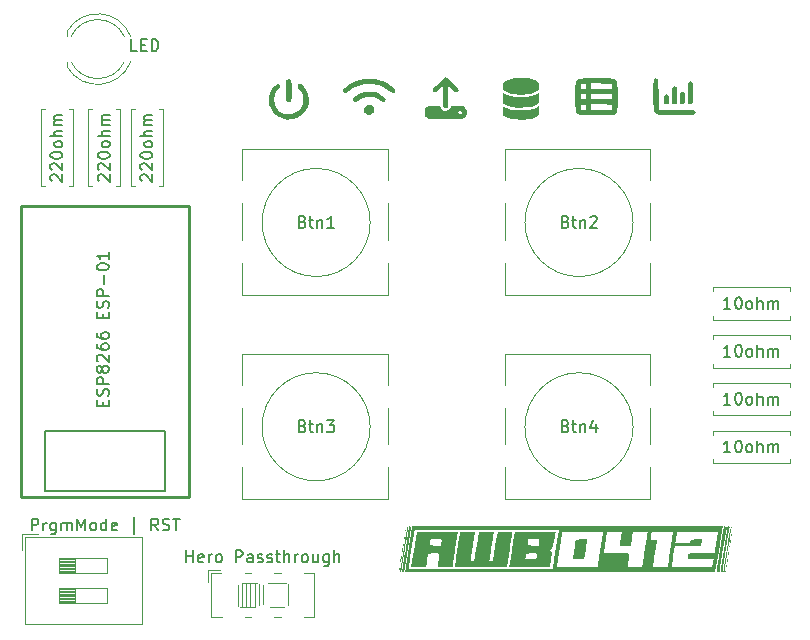
<source format=gto>
%TF.GenerationSoftware,KiCad,Pcbnew,(6.0.10-0)*%
%TF.CreationDate,2023-01-25T21:57:08-05:00*%
%TF.ProjectId,AWB-0412_HeroShield,4157422d-3034-4313-925f-4865726f5368,rev?*%
%TF.SameCoordinates,Original*%
%TF.FileFunction,Legend,Top*%
%TF.FilePolarity,Positive*%
%FSLAX46Y46*%
G04 Gerber Fmt 4.6, Leading zero omitted, Abs format (unit mm)*
G04 Created by KiCad (PCBNEW (6.0.10-0)) date 2023-01-25 21:57:08*
%MOMM*%
%LPD*%
G01*
G04 APERTURE LIST*
%ADD10C,0.150000*%
%ADD11C,0.120000*%
%ADD12C,0.100000*%
%ADD13C,0.152400*%
%ADD14C,0.254000*%
%ADD15R,1.727200X1.727200*%
%ADD16O,1.727200X1.727200*%
%ADD17O,3.048000X1.850000*%
%ADD18C,1.600000*%
%ADD19O,1.600000X1.600000*%
%ADD20C,3.200000*%
%ADD21R,1.600000X1.600000*%
%ADD22R,1.070000X1.800000*%
%ADD23O,1.070000X1.800000*%
%ADD24R,1.700000X1.700000*%
%ADD25O,1.700000X1.700000*%
G04 APERTURE END LIST*
D10*
%TO.C,Btn1*%
X124367142Y-64888571D02*
X124510000Y-64936190D01*
X124557619Y-64983809D01*
X124605238Y-65079047D01*
X124605238Y-65221904D01*
X124557619Y-65317142D01*
X124510000Y-65364761D01*
X124414761Y-65412380D01*
X124033809Y-65412380D01*
X124033809Y-64412380D01*
X124367142Y-64412380D01*
X124462380Y-64460000D01*
X124510000Y-64507619D01*
X124557619Y-64602857D01*
X124557619Y-64698095D01*
X124510000Y-64793333D01*
X124462380Y-64840952D01*
X124367142Y-64888571D01*
X124033809Y-64888571D01*
X124890952Y-64745714D02*
X125271904Y-64745714D01*
X125033809Y-64412380D02*
X125033809Y-65269523D01*
X125081428Y-65364761D01*
X125176666Y-65412380D01*
X125271904Y-65412380D01*
X125605238Y-64745714D02*
X125605238Y-65412380D01*
X125605238Y-64840952D02*
X125652857Y-64793333D01*
X125748095Y-64745714D01*
X125890952Y-64745714D01*
X125986190Y-64793333D01*
X126033809Y-64888571D01*
X126033809Y-65412380D01*
X127033809Y-65412380D02*
X126462380Y-65412380D01*
X126748095Y-65412380D02*
X126748095Y-64412380D01*
X126652857Y-64555238D01*
X126557619Y-64650476D01*
X126462380Y-64698095D01*
%TO.C,220ohm*%
X107117619Y-61449523D02*
X107070000Y-61401904D01*
X107022380Y-61306666D01*
X107022380Y-61068571D01*
X107070000Y-60973333D01*
X107117619Y-60925714D01*
X107212857Y-60878095D01*
X107308095Y-60878095D01*
X107450952Y-60925714D01*
X108022380Y-61497142D01*
X108022380Y-60878095D01*
X107117619Y-60497142D02*
X107070000Y-60449523D01*
X107022380Y-60354285D01*
X107022380Y-60116190D01*
X107070000Y-60020952D01*
X107117619Y-59973333D01*
X107212857Y-59925714D01*
X107308095Y-59925714D01*
X107450952Y-59973333D01*
X108022380Y-60544761D01*
X108022380Y-59925714D01*
X107022380Y-59306666D02*
X107022380Y-59211428D01*
X107070000Y-59116190D01*
X107117619Y-59068571D01*
X107212857Y-59020952D01*
X107403333Y-58973333D01*
X107641428Y-58973333D01*
X107831904Y-59020952D01*
X107927142Y-59068571D01*
X107974761Y-59116190D01*
X108022380Y-59211428D01*
X108022380Y-59306666D01*
X107974761Y-59401904D01*
X107927142Y-59449523D01*
X107831904Y-59497142D01*
X107641428Y-59544761D01*
X107403333Y-59544761D01*
X107212857Y-59497142D01*
X107117619Y-59449523D01*
X107070000Y-59401904D01*
X107022380Y-59306666D01*
X108022380Y-58401904D02*
X107974761Y-58497142D01*
X107927142Y-58544761D01*
X107831904Y-58592380D01*
X107546190Y-58592380D01*
X107450952Y-58544761D01*
X107403333Y-58497142D01*
X107355714Y-58401904D01*
X107355714Y-58259047D01*
X107403333Y-58163809D01*
X107450952Y-58116190D01*
X107546190Y-58068571D01*
X107831904Y-58068571D01*
X107927142Y-58116190D01*
X107974761Y-58163809D01*
X108022380Y-58259047D01*
X108022380Y-58401904D01*
X108022380Y-57640000D02*
X107022380Y-57640000D01*
X108022380Y-57211428D02*
X107498571Y-57211428D01*
X107403333Y-57259047D01*
X107355714Y-57354285D01*
X107355714Y-57497142D01*
X107403333Y-57592380D01*
X107450952Y-57640000D01*
X108022380Y-56735238D02*
X107355714Y-56735238D01*
X107450952Y-56735238D02*
X107403333Y-56687619D01*
X107355714Y-56592380D01*
X107355714Y-56449523D01*
X107403333Y-56354285D01*
X107498571Y-56306666D01*
X108022380Y-56306666D01*
X107498571Y-56306666D02*
X107403333Y-56259047D01*
X107355714Y-56163809D01*
X107355714Y-56020952D01*
X107403333Y-55925714D01*
X107498571Y-55878095D01*
X108022380Y-55878095D01*
X103117619Y-61449523D02*
X103070000Y-61401904D01*
X103022380Y-61306666D01*
X103022380Y-61068571D01*
X103070000Y-60973333D01*
X103117619Y-60925714D01*
X103212857Y-60878095D01*
X103308095Y-60878095D01*
X103450952Y-60925714D01*
X104022380Y-61497142D01*
X104022380Y-60878095D01*
X103117619Y-60497142D02*
X103070000Y-60449523D01*
X103022380Y-60354285D01*
X103022380Y-60116190D01*
X103070000Y-60020952D01*
X103117619Y-59973333D01*
X103212857Y-59925714D01*
X103308095Y-59925714D01*
X103450952Y-59973333D01*
X104022380Y-60544761D01*
X104022380Y-59925714D01*
X103022380Y-59306666D02*
X103022380Y-59211428D01*
X103070000Y-59116190D01*
X103117619Y-59068571D01*
X103212857Y-59020952D01*
X103403333Y-58973333D01*
X103641428Y-58973333D01*
X103831904Y-59020952D01*
X103927142Y-59068571D01*
X103974761Y-59116190D01*
X104022380Y-59211428D01*
X104022380Y-59306666D01*
X103974761Y-59401904D01*
X103927142Y-59449523D01*
X103831904Y-59497142D01*
X103641428Y-59544761D01*
X103403333Y-59544761D01*
X103212857Y-59497142D01*
X103117619Y-59449523D01*
X103070000Y-59401904D01*
X103022380Y-59306666D01*
X104022380Y-58401904D02*
X103974761Y-58497142D01*
X103927142Y-58544761D01*
X103831904Y-58592380D01*
X103546190Y-58592380D01*
X103450952Y-58544761D01*
X103403333Y-58497142D01*
X103355714Y-58401904D01*
X103355714Y-58259047D01*
X103403333Y-58163809D01*
X103450952Y-58116190D01*
X103546190Y-58068571D01*
X103831904Y-58068571D01*
X103927142Y-58116190D01*
X103974761Y-58163809D01*
X104022380Y-58259047D01*
X104022380Y-58401904D01*
X104022380Y-57640000D02*
X103022380Y-57640000D01*
X104022380Y-57211428D02*
X103498571Y-57211428D01*
X103403333Y-57259047D01*
X103355714Y-57354285D01*
X103355714Y-57497142D01*
X103403333Y-57592380D01*
X103450952Y-57640000D01*
X104022380Y-56735238D02*
X103355714Y-56735238D01*
X103450952Y-56735238D02*
X103403333Y-56687619D01*
X103355714Y-56592380D01*
X103355714Y-56449523D01*
X103403333Y-56354285D01*
X103498571Y-56306666D01*
X104022380Y-56306666D01*
X103498571Y-56306666D02*
X103403333Y-56259047D01*
X103355714Y-56163809D01*
X103355714Y-56020952D01*
X103403333Y-55925714D01*
X103498571Y-55878095D01*
X104022380Y-55878095D01*
%TO.C,Btn3*%
X124367142Y-82188571D02*
X124510000Y-82236190D01*
X124557619Y-82283809D01*
X124605238Y-82379047D01*
X124605238Y-82521904D01*
X124557619Y-82617142D01*
X124510000Y-82664761D01*
X124414761Y-82712380D01*
X124033809Y-82712380D01*
X124033809Y-81712380D01*
X124367142Y-81712380D01*
X124462380Y-81760000D01*
X124510000Y-81807619D01*
X124557619Y-81902857D01*
X124557619Y-81998095D01*
X124510000Y-82093333D01*
X124462380Y-82140952D01*
X124367142Y-82188571D01*
X124033809Y-82188571D01*
X124890952Y-82045714D02*
X125271904Y-82045714D01*
X125033809Y-81712380D02*
X125033809Y-82569523D01*
X125081428Y-82664761D01*
X125176666Y-82712380D01*
X125271904Y-82712380D01*
X125605238Y-82045714D02*
X125605238Y-82712380D01*
X125605238Y-82140952D02*
X125652857Y-82093333D01*
X125748095Y-82045714D01*
X125890952Y-82045714D01*
X125986190Y-82093333D01*
X126033809Y-82188571D01*
X126033809Y-82712380D01*
X126414761Y-81712380D02*
X127033809Y-81712380D01*
X126700476Y-82093333D01*
X126843333Y-82093333D01*
X126938571Y-82140952D01*
X126986190Y-82188571D01*
X127033809Y-82283809D01*
X127033809Y-82521904D01*
X126986190Y-82617142D01*
X126938571Y-82664761D01*
X126843333Y-82712380D01*
X126557619Y-82712380D01*
X126462380Y-82664761D01*
X126414761Y-82617142D01*
%TO.C,PrgmMode | RST*%
X101429523Y-91032380D02*
X101429523Y-90032380D01*
X101810476Y-90032380D01*
X101905714Y-90080000D01*
X101953333Y-90127619D01*
X102000952Y-90222857D01*
X102000952Y-90365714D01*
X101953333Y-90460952D01*
X101905714Y-90508571D01*
X101810476Y-90556190D01*
X101429523Y-90556190D01*
X102429523Y-91032380D02*
X102429523Y-90365714D01*
X102429523Y-90556190D02*
X102477142Y-90460952D01*
X102524761Y-90413333D01*
X102620000Y-90365714D01*
X102715238Y-90365714D01*
X103477142Y-90365714D02*
X103477142Y-91175238D01*
X103429523Y-91270476D01*
X103381904Y-91318095D01*
X103286666Y-91365714D01*
X103143809Y-91365714D01*
X103048571Y-91318095D01*
X103477142Y-90984761D02*
X103381904Y-91032380D01*
X103191428Y-91032380D01*
X103096190Y-90984761D01*
X103048571Y-90937142D01*
X103000952Y-90841904D01*
X103000952Y-90556190D01*
X103048571Y-90460952D01*
X103096190Y-90413333D01*
X103191428Y-90365714D01*
X103381904Y-90365714D01*
X103477142Y-90413333D01*
X103953333Y-91032380D02*
X103953333Y-90365714D01*
X103953333Y-90460952D02*
X104000952Y-90413333D01*
X104096190Y-90365714D01*
X104239047Y-90365714D01*
X104334285Y-90413333D01*
X104381904Y-90508571D01*
X104381904Y-91032380D01*
X104381904Y-90508571D02*
X104429523Y-90413333D01*
X104524761Y-90365714D01*
X104667619Y-90365714D01*
X104762857Y-90413333D01*
X104810476Y-90508571D01*
X104810476Y-91032380D01*
X105286666Y-91032380D02*
X105286666Y-90032380D01*
X105620000Y-90746666D01*
X105953333Y-90032380D01*
X105953333Y-91032380D01*
X106572380Y-91032380D02*
X106477142Y-90984761D01*
X106429523Y-90937142D01*
X106381904Y-90841904D01*
X106381904Y-90556190D01*
X106429523Y-90460952D01*
X106477142Y-90413333D01*
X106572380Y-90365714D01*
X106715238Y-90365714D01*
X106810476Y-90413333D01*
X106858095Y-90460952D01*
X106905714Y-90556190D01*
X106905714Y-90841904D01*
X106858095Y-90937142D01*
X106810476Y-90984761D01*
X106715238Y-91032380D01*
X106572380Y-91032380D01*
X107762857Y-91032380D02*
X107762857Y-90032380D01*
X107762857Y-90984761D02*
X107667619Y-91032380D01*
X107477142Y-91032380D01*
X107381904Y-90984761D01*
X107334285Y-90937142D01*
X107286666Y-90841904D01*
X107286666Y-90556190D01*
X107334285Y-90460952D01*
X107381904Y-90413333D01*
X107477142Y-90365714D01*
X107667619Y-90365714D01*
X107762857Y-90413333D01*
X108620000Y-90984761D02*
X108524761Y-91032380D01*
X108334285Y-91032380D01*
X108239047Y-90984761D01*
X108191428Y-90889523D01*
X108191428Y-90508571D01*
X108239047Y-90413333D01*
X108334285Y-90365714D01*
X108524761Y-90365714D01*
X108620000Y-90413333D01*
X108667619Y-90508571D01*
X108667619Y-90603809D01*
X108191428Y-90699047D01*
X110096190Y-91365714D02*
X110096190Y-89937142D01*
X112143809Y-91032380D02*
X111810476Y-90556190D01*
X111572380Y-91032380D02*
X111572380Y-90032380D01*
X111953333Y-90032380D01*
X112048571Y-90080000D01*
X112096190Y-90127619D01*
X112143809Y-90222857D01*
X112143809Y-90365714D01*
X112096190Y-90460952D01*
X112048571Y-90508571D01*
X111953333Y-90556190D01*
X111572380Y-90556190D01*
X112524761Y-90984761D02*
X112667619Y-91032380D01*
X112905714Y-91032380D01*
X113000952Y-90984761D01*
X113048571Y-90937142D01*
X113096190Y-90841904D01*
X113096190Y-90746666D01*
X113048571Y-90651428D01*
X113000952Y-90603809D01*
X112905714Y-90556190D01*
X112715238Y-90508571D01*
X112620000Y-90460952D01*
X112572380Y-90413333D01*
X112524761Y-90318095D01*
X112524761Y-90222857D01*
X112572380Y-90127619D01*
X112620000Y-90080000D01*
X112715238Y-90032380D01*
X112953333Y-90032380D01*
X113096190Y-90080000D01*
X113381904Y-90032380D02*
X113953333Y-90032380D01*
X113667619Y-91032380D02*
X113667619Y-90032380D01*
%TO.C,10ohm*%
X160595095Y-84422380D02*
X160023666Y-84422380D01*
X160309380Y-84422380D02*
X160309380Y-83422380D01*
X160214142Y-83565238D01*
X160118904Y-83660476D01*
X160023666Y-83708095D01*
X161214142Y-83422380D02*
X161309380Y-83422380D01*
X161404619Y-83470000D01*
X161452238Y-83517619D01*
X161499857Y-83612857D01*
X161547476Y-83803333D01*
X161547476Y-84041428D01*
X161499857Y-84231904D01*
X161452238Y-84327142D01*
X161404619Y-84374761D01*
X161309380Y-84422380D01*
X161214142Y-84422380D01*
X161118904Y-84374761D01*
X161071285Y-84327142D01*
X161023666Y-84231904D01*
X160976047Y-84041428D01*
X160976047Y-83803333D01*
X161023666Y-83612857D01*
X161071285Y-83517619D01*
X161118904Y-83470000D01*
X161214142Y-83422380D01*
X162118904Y-84422380D02*
X162023666Y-84374761D01*
X161976047Y-84327142D01*
X161928428Y-84231904D01*
X161928428Y-83946190D01*
X161976047Y-83850952D01*
X162023666Y-83803333D01*
X162118904Y-83755714D01*
X162261761Y-83755714D01*
X162357000Y-83803333D01*
X162404619Y-83850952D01*
X162452238Y-83946190D01*
X162452238Y-84231904D01*
X162404619Y-84327142D01*
X162357000Y-84374761D01*
X162261761Y-84422380D01*
X162118904Y-84422380D01*
X162880809Y-84422380D02*
X162880809Y-83422380D01*
X163309380Y-84422380D02*
X163309380Y-83898571D01*
X163261761Y-83803333D01*
X163166523Y-83755714D01*
X163023666Y-83755714D01*
X162928428Y-83803333D01*
X162880809Y-83850952D01*
X163785571Y-84422380D02*
X163785571Y-83755714D01*
X163785571Y-83850952D02*
X163833190Y-83803333D01*
X163928428Y-83755714D01*
X164071285Y-83755714D01*
X164166523Y-83803333D01*
X164214142Y-83898571D01*
X164214142Y-84422380D01*
X164214142Y-83898571D02*
X164261761Y-83803333D01*
X164357000Y-83755714D01*
X164499857Y-83755714D01*
X164595095Y-83803333D01*
X164642714Y-83898571D01*
X164642714Y-84422380D01*
%TO.C,Hero Passthrough*%
X114523809Y-93722380D02*
X114523809Y-92722380D01*
X114523809Y-93198571D02*
X115095238Y-93198571D01*
X115095238Y-93722380D02*
X115095238Y-92722380D01*
X115952380Y-93674761D02*
X115857142Y-93722380D01*
X115666666Y-93722380D01*
X115571428Y-93674761D01*
X115523809Y-93579523D01*
X115523809Y-93198571D01*
X115571428Y-93103333D01*
X115666666Y-93055714D01*
X115857142Y-93055714D01*
X115952380Y-93103333D01*
X116000000Y-93198571D01*
X116000000Y-93293809D01*
X115523809Y-93389047D01*
X116428571Y-93722380D02*
X116428571Y-93055714D01*
X116428571Y-93246190D02*
X116476190Y-93150952D01*
X116523809Y-93103333D01*
X116619047Y-93055714D01*
X116714285Y-93055714D01*
X117190476Y-93722380D02*
X117095238Y-93674761D01*
X117047619Y-93627142D01*
X117000000Y-93531904D01*
X117000000Y-93246190D01*
X117047619Y-93150952D01*
X117095238Y-93103333D01*
X117190476Y-93055714D01*
X117333333Y-93055714D01*
X117428571Y-93103333D01*
X117476190Y-93150952D01*
X117523809Y-93246190D01*
X117523809Y-93531904D01*
X117476190Y-93627142D01*
X117428571Y-93674761D01*
X117333333Y-93722380D01*
X117190476Y-93722380D01*
X118714285Y-93722380D02*
X118714285Y-92722380D01*
X119095238Y-92722380D01*
X119190476Y-92770000D01*
X119238095Y-92817619D01*
X119285714Y-92912857D01*
X119285714Y-93055714D01*
X119238095Y-93150952D01*
X119190476Y-93198571D01*
X119095238Y-93246190D01*
X118714285Y-93246190D01*
X120142857Y-93722380D02*
X120142857Y-93198571D01*
X120095238Y-93103333D01*
X120000000Y-93055714D01*
X119809523Y-93055714D01*
X119714285Y-93103333D01*
X120142857Y-93674761D02*
X120047619Y-93722380D01*
X119809523Y-93722380D01*
X119714285Y-93674761D01*
X119666666Y-93579523D01*
X119666666Y-93484285D01*
X119714285Y-93389047D01*
X119809523Y-93341428D01*
X120047619Y-93341428D01*
X120142857Y-93293809D01*
X120571428Y-93674761D02*
X120666666Y-93722380D01*
X120857142Y-93722380D01*
X120952380Y-93674761D01*
X121000000Y-93579523D01*
X121000000Y-93531904D01*
X120952380Y-93436666D01*
X120857142Y-93389047D01*
X120714285Y-93389047D01*
X120619047Y-93341428D01*
X120571428Y-93246190D01*
X120571428Y-93198571D01*
X120619047Y-93103333D01*
X120714285Y-93055714D01*
X120857142Y-93055714D01*
X120952380Y-93103333D01*
X121380952Y-93674761D02*
X121476190Y-93722380D01*
X121666666Y-93722380D01*
X121761904Y-93674761D01*
X121809523Y-93579523D01*
X121809523Y-93531904D01*
X121761904Y-93436666D01*
X121666666Y-93389047D01*
X121523809Y-93389047D01*
X121428571Y-93341428D01*
X121380952Y-93246190D01*
X121380952Y-93198571D01*
X121428571Y-93103333D01*
X121523809Y-93055714D01*
X121666666Y-93055714D01*
X121761904Y-93103333D01*
X122095238Y-93055714D02*
X122476190Y-93055714D01*
X122238095Y-92722380D02*
X122238095Y-93579523D01*
X122285714Y-93674761D01*
X122380952Y-93722380D01*
X122476190Y-93722380D01*
X122809523Y-93722380D02*
X122809523Y-92722380D01*
X123238095Y-93722380D02*
X123238095Y-93198571D01*
X123190476Y-93103333D01*
X123095238Y-93055714D01*
X122952380Y-93055714D01*
X122857142Y-93103333D01*
X122809523Y-93150952D01*
X123714285Y-93722380D02*
X123714285Y-93055714D01*
X123714285Y-93246190D02*
X123761904Y-93150952D01*
X123809523Y-93103333D01*
X123904761Y-93055714D01*
X124000000Y-93055714D01*
X124476190Y-93722380D02*
X124380952Y-93674761D01*
X124333333Y-93627142D01*
X124285714Y-93531904D01*
X124285714Y-93246190D01*
X124333333Y-93150952D01*
X124380952Y-93103333D01*
X124476190Y-93055714D01*
X124619047Y-93055714D01*
X124714285Y-93103333D01*
X124761904Y-93150952D01*
X124809523Y-93246190D01*
X124809523Y-93531904D01*
X124761904Y-93627142D01*
X124714285Y-93674761D01*
X124619047Y-93722380D01*
X124476190Y-93722380D01*
X125666666Y-93055714D02*
X125666666Y-93722380D01*
X125238095Y-93055714D02*
X125238095Y-93579523D01*
X125285714Y-93674761D01*
X125380952Y-93722380D01*
X125523809Y-93722380D01*
X125619047Y-93674761D01*
X125666666Y-93627142D01*
X126571428Y-93055714D02*
X126571428Y-93865238D01*
X126523809Y-93960476D01*
X126476190Y-94008095D01*
X126380952Y-94055714D01*
X126238095Y-94055714D01*
X126142857Y-94008095D01*
X126571428Y-93674761D02*
X126476190Y-93722380D01*
X126285714Y-93722380D01*
X126190476Y-93674761D01*
X126142857Y-93627142D01*
X126095238Y-93531904D01*
X126095238Y-93246190D01*
X126142857Y-93150952D01*
X126190476Y-93103333D01*
X126285714Y-93055714D01*
X126476190Y-93055714D01*
X126571428Y-93103333D01*
X127047619Y-93722380D02*
X127047619Y-92722380D01*
X127476190Y-93722380D02*
X127476190Y-93198571D01*
X127428571Y-93103333D01*
X127333333Y-93055714D01*
X127190476Y-93055714D01*
X127095238Y-93103333D01*
X127047619Y-93150952D01*
%TO.C,220ohm*%
X110737619Y-61449523D02*
X110690000Y-61401904D01*
X110642380Y-61306666D01*
X110642380Y-61068571D01*
X110690000Y-60973333D01*
X110737619Y-60925714D01*
X110832857Y-60878095D01*
X110928095Y-60878095D01*
X111070952Y-60925714D01*
X111642380Y-61497142D01*
X111642380Y-60878095D01*
X110737619Y-60497142D02*
X110690000Y-60449523D01*
X110642380Y-60354285D01*
X110642380Y-60116190D01*
X110690000Y-60020952D01*
X110737619Y-59973333D01*
X110832857Y-59925714D01*
X110928095Y-59925714D01*
X111070952Y-59973333D01*
X111642380Y-60544761D01*
X111642380Y-59925714D01*
X110642380Y-59306666D02*
X110642380Y-59211428D01*
X110690000Y-59116190D01*
X110737619Y-59068571D01*
X110832857Y-59020952D01*
X111023333Y-58973333D01*
X111261428Y-58973333D01*
X111451904Y-59020952D01*
X111547142Y-59068571D01*
X111594761Y-59116190D01*
X111642380Y-59211428D01*
X111642380Y-59306666D01*
X111594761Y-59401904D01*
X111547142Y-59449523D01*
X111451904Y-59497142D01*
X111261428Y-59544761D01*
X111023333Y-59544761D01*
X110832857Y-59497142D01*
X110737619Y-59449523D01*
X110690000Y-59401904D01*
X110642380Y-59306666D01*
X111642380Y-58401904D02*
X111594761Y-58497142D01*
X111547142Y-58544761D01*
X111451904Y-58592380D01*
X111166190Y-58592380D01*
X111070952Y-58544761D01*
X111023333Y-58497142D01*
X110975714Y-58401904D01*
X110975714Y-58259047D01*
X111023333Y-58163809D01*
X111070952Y-58116190D01*
X111166190Y-58068571D01*
X111451904Y-58068571D01*
X111547142Y-58116190D01*
X111594761Y-58163809D01*
X111642380Y-58259047D01*
X111642380Y-58401904D01*
X111642380Y-57640000D02*
X110642380Y-57640000D01*
X111642380Y-57211428D02*
X111118571Y-57211428D01*
X111023333Y-57259047D01*
X110975714Y-57354285D01*
X110975714Y-57497142D01*
X111023333Y-57592380D01*
X111070952Y-57640000D01*
X111642380Y-56735238D02*
X110975714Y-56735238D01*
X111070952Y-56735238D02*
X111023333Y-56687619D01*
X110975714Y-56592380D01*
X110975714Y-56449523D01*
X111023333Y-56354285D01*
X111118571Y-56306666D01*
X111642380Y-56306666D01*
X111118571Y-56306666D02*
X111023333Y-56259047D01*
X110975714Y-56163809D01*
X110975714Y-56020952D01*
X111023333Y-55925714D01*
X111118571Y-55878095D01*
X111642380Y-55878095D01*
%TO.C,Btn2*%
X146627142Y-64888571D02*
X146770000Y-64936190D01*
X146817619Y-64983809D01*
X146865238Y-65079047D01*
X146865238Y-65221904D01*
X146817619Y-65317142D01*
X146770000Y-65364761D01*
X146674761Y-65412380D01*
X146293809Y-65412380D01*
X146293809Y-64412380D01*
X146627142Y-64412380D01*
X146722380Y-64460000D01*
X146770000Y-64507619D01*
X146817619Y-64602857D01*
X146817619Y-64698095D01*
X146770000Y-64793333D01*
X146722380Y-64840952D01*
X146627142Y-64888571D01*
X146293809Y-64888571D01*
X147150952Y-64745714D02*
X147531904Y-64745714D01*
X147293809Y-64412380D02*
X147293809Y-65269523D01*
X147341428Y-65364761D01*
X147436666Y-65412380D01*
X147531904Y-65412380D01*
X147865238Y-64745714D02*
X147865238Y-65412380D01*
X147865238Y-64840952D02*
X147912857Y-64793333D01*
X148008095Y-64745714D01*
X148150952Y-64745714D01*
X148246190Y-64793333D01*
X148293809Y-64888571D01*
X148293809Y-65412380D01*
X148722380Y-64507619D02*
X148770000Y-64460000D01*
X148865238Y-64412380D01*
X149103333Y-64412380D01*
X149198571Y-64460000D01*
X149246190Y-64507619D01*
X149293809Y-64602857D01*
X149293809Y-64698095D01*
X149246190Y-64840952D01*
X148674761Y-65412380D01*
X149293809Y-65412380D01*
%TO.C,Btn4*%
X146627142Y-82188571D02*
X146770000Y-82236190D01*
X146817619Y-82283809D01*
X146865238Y-82379047D01*
X146865238Y-82521904D01*
X146817619Y-82617142D01*
X146770000Y-82664761D01*
X146674761Y-82712380D01*
X146293809Y-82712380D01*
X146293809Y-81712380D01*
X146627142Y-81712380D01*
X146722380Y-81760000D01*
X146770000Y-81807619D01*
X146817619Y-81902857D01*
X146817619Y-81998095D01*
X146770000Y-82093333D01*
X146722380Y-82140952D01*
X146627142Y-82188571D01*
X146293809Y-82188571D01*
X147150952Y-82045714D02*
X147531904Y-82045714D01*
X147293809Y-81712380D02*
X147293809Y-82569523D01*
X147341428Y-82664761D01*
X147436666Y-82712380D01*
X147531904Y-82712380D01*
X147865238Y-82045714D02*
X147865238Y-82712380D01*
X147865238Y-82140952D02*
X147912857Y-82093333D01*
X148008095Y-82045714D01*
X148150952Y-82045714D01*
X148246190Y-82093333D01*
X148293809Y-82188571D01*
X148293809Y-82712380D01*
X149198571Y-82045714D02*
X149198571Y-82712380D01*
X148960476Y-81664761D02*
X148722380Y-82379047D01*
X149341428Y-82379047D01*
%TO.C,10ohm*%
X160595095Y-72272380D02*
X160023666Y-72272380D01*
X160309380Y-72272380D02*
X160309380Y-71272380D01*
X160214142Y-71415238D01*
X160118904Y-71510476D01*
X160023666Y-71558095D01*
X161214142Y-71272380D02*
X161309380Y-71272380D01*
X161404619Y-71320000D01*
X161452238Y-71367619D01*
X161499857Y-71462857D01*
X161547476Y-71653333D01*
X161547476Y-71891428D01*
X161499857Y-72081904D01*
X161452238Y-72177142D01*
X161404619Y-72224761D01*
X161309380Y-72272380D01*
X161214142Y-72272380D01*
X161118904Y-72224761D01*
X161071285Y-72177142D01*
X161023666Y-72081904D01*
X160976047Y-71891428D01*
X160976047Y-71653333D01*
X161023666Y-71462857D01*
X161071285Y-71367619D01*
X161118904Y-71320000D01*
X161214142Y-71272380D01*
X162118904Y-72272380D02*
X162023666Y-72224761D01*
X161976047Y-72177142D01*
X161928428Y-72081904D01*
X161928428Y-71796190D01*
X161976047Y-71700952D01*
X162023666Y-71653333D01*
X162118904Y-71605714D01*
X162261761Y-71605714D01*
X162357000Y-71653333D01*
X162404619Y-71700952D01*
X162452238Y-71796190D01*
X162452238Y-72081904D01*
X162404619Y-72177142D01*
X162357000Y-72224761D01*
X162261761Y-72272380D01*
X162118904Y-72272380D01*
X162880809Y-72272380D02*
X162880809Y-71272380D01*
X163309380Y-72272380D02*
X163309380Y-71748571D01*
X163261761Y-71653333D01*
X163166523Y-71605714D01*
X163023666Y-71605714D01*
X162928428Y-71653333D01*
X162880809Y-71700952D01*
X163785571Y-72272380D02*
X163785571Y-71605714D01*
X163785571Y-71700952D02*
X163833190Y-71653333D01*
X163928428Y-71605714D01*
X164071285Y-71605714D01*
X164166523Y-71653333D01*
X164214142Y-71748571D01*
X164214142Y-72272380D01*
X164214142Y-71748571D02*
X164261761Y-71653333D01*
X164357000Y-71605714D01*
X164499857Y-71605714D01*
X164595095Y-71653333D01*
X164642714Y-71748571D01*
X164642714Y-72272380D01*
%TO.C,LED*%
X110357142Y-50452380D02*
X109880952Y-50452380D01*
X109880952Y-49452380D01*
X110690476Y-49928571D02*
X111023809Y-49928571D01*
X111166666Y-50452380D02*
X110690476Y-50452380D01*
X110690476Y-49452380D01*
X111166666Y-49452380D01*
X111595238Y-50452380D02*
X111595238Y-49452380D01*
X111833333Y-49452380D01*
X111976190Y-49500000D01*
X112071428Y-49595238D01*
X112119047Y-49690476D01*
X112166666Y-49880952D01*
X112166666Y-50023809D01*
X112119047Y-50214285D01*
X112071428Y-50309523D01*
X111976190Y-50404761D01*
X111833333Y-50452380D01*
X111595238Y-50452380D01*
%TO.C,10ohm*%
X160595095Y-76322380D02*
X160023666Y-76322380D01*
X160309380Y-76322380D02*
X160309380Y-75322380D01*
X160214142Y-75465238D01*
X160118904Y-75560476D01*
X160023666Y-75608095D01*
X161214142Y-75322380D02*
X161309380Y-75322380D01*
X161404619Y-75370000D01*
X161452238Y-75417619D01*
X161499857Y-75512857D01*
X161547476Y-75703333D01*
X161547476Y-75941428D01*
X161499857Y-76131904D01*
X161452238Y-76227142D01*
X161404619Y-76274761D01*
X161309380Y-76322380D01*
X161214142Y-76322380D01*
X161118904Y-76274761D01*
X161071285Y-76227142D01*
X161023666Y-76131904D01*
X160976047Y-75941428D01*
X160976047Y-75703333D01*
X161023666Y-75512857D01*
X161071285Y-75417619D01*
X161118904Y-75370000D01*
X161214142Y-75322380D01*
X162118904Y-76322380D02*
X162023666Y-76274761D01*
X161976047Y-76227142D01*
X161928428Y-76131904D01*
X161928428Y-75846190D01*
X161976047Y-75750952D01*
X162023666Y-75703333D01*
X162118904Y-75655714D01*
X162261761Y-75655714D01*
X162357000Y-75703333D01*
X162404619Y-75750952D01*
X162452238Y-75846190D01*
X162452238Y-76131904D01*
X162404619Y-76227142D01*
X162357000Y-76274761D01*
X162261761Y-76322380D01*
X162118904Y-76322380D01*
X162880809Y-76322380D02*
X162880809Y-75322380D01*
X163309380Y-76322380D02*
X163309380Y-75798571D01*
X163261761Y-75703333D01*
X163166523Y-75655714D01*
X163023666Y-75655714D01*
X162928428Y-75703333D01*
X162880809Y-75750952D01*
X163785571Y-76322380D02*
X163785571Y-75655714D01*
X163785571Y-75750952D02*
X163833190Y-75703333D01*
X163928428Y-75655714D01*
X164071285Y-75655714D01*
X164166523Y-75703333D01*
X164214142Y-75798571D01*
X164214142Y-76322380D01*
X164214142Y-75798571D02*
X164261761Y-75703333D01*
X164357000Y-75655714D01*
X164499857Y-75655714D01*
X164595095Y-75703333D01*
X164642714Y-75798571D01*
X164642714Y-76322380D01*
%TO.C,ESP8266 ESP-01*%
X107428571Y-80476190D02*
X107428571Y-80142857D01*
X107952380Y-80000000D02*
X107952380Y-80476190D01*
X106952380Y-80476190D01*
X106952380Y-80000000D01*
X107904761Y-79619047D02*
X107952380Y-79476190D01*
X107952380Y-79238095D01*
X107904761Y-79142857D01*
X107857142Y-79095238D01*
X107761904Y-79047619D01*
X107666666Y-79047619D01*
X107571428Y-79095238D01*
X107523809Y-79142857D01*
X107476190Y-79238095D01*
X107428571Y-79428571D01*
X107380952Y-79523809D01*
X107333333Y-79571428D01*
X107238095Y-79619047D01*
X107142857Y-79619047D01*
X107047619Y-79571428D01*
X107000000Y-79523809D01*
X106952380Y-79428571D01*
X106952380Y-79190476D01*
X107000000Y-79047619D01*
X107952380Y-78619047D02*
X106952380Y-78619047D01*
X106952380Y-78238095D01*
X107000000Y-78142857D01*
X107047619Y-78095238D01*
X107142857Y-78047619D01*
X107285714Y-78047619D01*
X107380952Y-78095238D01*
X107428571Y-78142857D01*
X107476190Y-78238095D01*
X107476190Y-78619047D01*
X107380952Y-77476190D02*
X107333333Y-77571428D01*
X107285714Y-77619047D01*
X107190476Y-77666666D01*
X107142857Y-77666666D01*
X107047619Y-77619047D01*
X107000000Y-77571428D01*
X106952380Y-77476190D01*
X106952380Y-77285714D01*
X107000000Y-77190476D01*
X107047619Y-77142857D01*
X107142857Y-77095238D01*
X107190476Y-77095238D01*
X107285714Y-77142857D01*
X107333333Y-77190476D01*
X107380952Y-77285714D01*
X107380952Y-77476190D01*
X107428571Y-77571428D01*
X107476190Y-77619047D01*
X107571428Y-77666666D01*
X107761904Y-77666666D01*
X107857142Y-77619047D01*
X107904761Y-77571428D01*
X107952380Y-77476190D01*
X107952380Y-77285714D01*
X107904761Y-77190476D01*
X107857142Y-77142857D01*
X107761904Y-77095238D01*
X107571428Y-77095238D01*
X107476190Y-77142857D01*
X107428571Y-77190476D01*
X107380952Y-77285714D01*
X107047619Y-76714285D02*
X107000000Y-76666666D01*
X106952380Y-76571428D01*
X106952380Y-76333333D01*
X107000000Y-76238095D01*
X107047619Y-76190476D01*
X107142857Y-76142857D01*
X107238095Y-76142857D01*
X107380952Y-76190476D01*
X107952380Y-76761904D01*
X107952380Y-76142857D01*
X106952380Y-75285714D02*
X106952380Y-75476190D01*
X107000000Y-75571428D01*
X107047619Y-75619047D01*
X107190476Y-75714285D01*
X107380952Y-75761904D01*
X107761904Y-75761904D01*
X107857142Y-75714285D01*
X107904761Y-75666666D01*
X107952380Y-75571428D01*
X107952380Y-75380952D01*
X107904761Y-75285714D01*
X107857142Y-75238095D01*
X107761904Y-75190476D01*
X107523809Y-75190476D01*
X107428571Y-75238095D01*
X107380952Y-75285714D01*
X107333333Y-75380952D01*
X107333333Y-75571428D01*
X107380952Y-75666666D01*
X107428571Y-75714285D01*
X107523809Y-75761904D01*
X106952380Y-74333333D02*
X106952380Y-74523809D01*
X107000000Y-74619047D01*
X107047619Y-74666666D01*
X107190476Y-74761904D01*
X107380952Y-74809523D01*
X107761904Y-74809523D01*
X107857142Y-74761904D01*
X107904761Y-74714285D01*
X107952380Y-74619047D01*
X107952380Y-74428571D01*
X107904761Y-74333333D01*
X107857142Y-74285714D01*
X107761904Y-74238095D01*
X107523809Y-74238095D01*
X107428571Y-74285714D01*
X107380952Y-74333333D01*
X107333333Y-74428571D01*
X107333333Y-74619047D01*
X107380952Y-74714285D01*
X107428571Y-74761904D01*
X107523809Y-74809523D01*
X107428571Y-73047619D02*
X107428571Y-72714285D01*
X107952380Y-72571428D02*
X107952380Y-73047619D01*
X106952380Y-73047619D01*
X106952380Y-72571428D01*
X107904761Y-72190476D02*
X107952380Y-72047619D01*
X107952380Y-71809523D01*
X107904761Y-71714285D01*
X107857142Y-71666666D01*
X107761904Y-71619047D01*
X107666666Y-71619047D01*
X107571428Y-71666666D01*
X107523809Y-71714285D01*
X107476190Y-71809523D01*
X107428571Y-72000000D01*
X107380952Y-72095238D01*
X107333333Y-72142857D01*
X107238095Y-72190476D01*
X107142857Y-72190476D01*
X107047619Y-72142857D01*
X107000000Y-72095238D01*
X106952380Y-72000000D01*
X106952380Y-71761904D01*
X107000000Y-71619047D01*
X107952380Y-71190476D02*
X106952380Y-71190476D01*
X106952380Y-70809523D01*
X107000000Y-70714285D01*
X107047619Y-70666666D01*
X107142857Y-70619047D01*
X107285714Y-70619047D01*
X107380952Y-70666666D01*
X107428571Y-70714285D01*
X107476190Y-70809523D01*
X107476190Y-71190476D01*
X107571428Y-70190476D02*
X107571428Y-69428571D01*
X106952380Y-68761904D02*
X106952380Y-68666666D01*
X107000000Y-68571428D01*
X107047619Y-68523809D01*
X107142857Y-68476190D01*
X107333333Y-68428571D01*
X107571428Y-68428571D01*
X107761904Y-68476190D01*
X107857142Y-68523809D01*
X107904761Y-68571428D01*
X107952380Y-68666666D01*
X107952380Y-68761904D01*
X107904761Y-68857142D01*
X107857142Y-68904761D01*
X107761904Y-68952380D01*
X107571428Y-69000000D01*
X107333333Y-69000000D01*
X107142857Y-68952380D01*
X107047619Y-68904761D01*
X107000000Y-68857142D01*
X106952380Y-68761904D01*
X107952380Y-67476190D02*
X107952380Y-68047619D01*
X107952380Y-67761904D02*
X106952380Y-67761904D01*
X107095238Y-67857142D01*
X107190476Y-67952380D01*
X107238095Y-68047619D01*
%TO.C,10ohm*%
X160595095Y-80372380D02*
X160023666Y-80372380D01*
X160309380Y-80372380D02*
X160309380Y-79372380D01*
X160214142Y-79515238D01*
X160118904Y-79610476D01*
X160023666Y-79658095D01*
X161214142Y-79372380D02*
X161309380Y-79372380D01*
X161404619Y-79420000D01*
X161452238Y-79467619D01*
X161499857Y-79562857D01*
X161547476Y-79753333D01*
X161547476Y-79991428D01*
X161499857Y-80181904D01*
X161452238Y-80277142D01*
X161404619Y-80324761D01*
X161309380Y-80372380D01*
X161214142Y-80372380D01*
X161118904Y-80324761D01*
X161071285Y-80277142D01*
X161023666Y-80181904D01*
X160976047Y-79991428D01*
X160976047Y-79753333D01*
X161023666Y-79562857D01*
X161071285Y-79467619D01*
X161118904Y-79420000D01*
X161214142Y-79372380D01*
X162118904Y-80372380D02*
X162023666Y-80324761D01*
X161976047Y-80277142D01*
X161928428Y-80181904D01*
X161928428Y-79896190D01*
X161976047Y-79800952D01*
X162023666Y-79753333D01*
X162118904Y-79705714D01*
X162261761Y-79705714D01*
X162357000Y-79753333D01*
X162404619Y-79800952D01*
X162452238Y-79896190D01*
X162452238Y-80181904D01*
X162404619Y-80277142D01*
X162357000Y-80324761D01*
X162261761Y-80372380D01*
X162118904Y-80372380D01*
X162880809Y-80372380D02*
X162880809Y-79372380D01*
X163309380Y-80372380D02*
X163309380Y-79848571D01*
X163261761Y-79753333D01*
X163166523Y-79705714D01*
X163023666Y-79705714D01*
X162928428Y-79753333D01*
X162880809Y-79800952D01*
X163785571Y-80372380D02*
X163785571Y-79705714D01*
X163785571Y-79800952D02*
X163833190Y-79753333D01*
X163928428Y-79705714D01*
X164071285Y-79705714D01*
X164166523Y-79753333D01*
X164214142Y-79848571D01*
X164214142Y-80372380D01*
X164214142Y-79848571D02*
X164261761Y-79753333D01*
X164357000Y-79705714D01*
X164499857Y-79705714D01*
X164595095Y-79753333D01*
X164642714Y-79848571D01*
X164642714Y-80372380D01*
D11*
%TO.C,Btn1*%
X131560000Y-63350000D02*
X131560000Y-66490000D01*
X131560000Y-71070000D02*
X119260000Y-71070000D01*
X131560000Y-58770000D02*
X131560000Y-61490000D01*
X131560000Y-68350000D02*
X131560000Y-71070000D01*
X119260000Y-66490000D02*
X119260000Y-63350000D01*
X119260000Y-61490000D02*
X119260000Y-58770000D01*
X119260000Y-58770000D02*
X131560000Y-58770000D01*
X119260000Y-71070000D02*
X119260000Y-68350000D01*
X130089050Y-64960000D02*
G75*
G03*
X130089050Y-64960000I-4579050J0D01*
G01*
%TO.C,220ohm*%
X106200000Y-61910000D02*
X106200000Y-55370000D01*
X108940000Y-55370000D02*
X108610000Y-55370000D01*
X106530000Y-61910000D02*
X106200000Y-61910000D01*
X108940000Y-61910000D02*
X108940000Y-55370000D01*
X106200000Y-55370000D02*
X106530000Y-55370000D01*
X108610000Y-61910000D02*
X108940000Y-61910000D01*
%TO.C,G\u002A\u002A\u002A*%
G36*
X133316815Y-90703283D02*
G01*
X133326452Y-90738060D01*
X133319274Y-90789047D01*
X133311776Y-90833302D01*
X133296038Y-90929441D01*
X133272871Y-91072403D01*
X133243089Y-91257126D01*
X133207505Y-91478548D01*
X133166933Y-91731607D01*
X133122185Y-92011242D01*
X133074074Y-92312390D01*
X133023414Y-92629990D01*
X133007866Y-92727561D01*
X132948039Y-93102097D01*
X132896279Y-93423568D01*
X132851859Y-93695893D01*
X132814052Y-93922994D01*
X132782129Y-94108792D01*
X132755363Y-94257207D01*
X132733026Y-94372161D01*
X132714390Y-94457575D01*
X132698728Y-94517369D01*
X132685313Y-94555464D01*
X132673415Y-94575781D01*
X132663678Y-94582059D01*
X132621331Y-94582905D01*
X132613393Y-94575936D01*
X132617816Y-94545501D01*
X132630588Y-94462846D01*
X132650961Y-94332689D01*
X132678191Y-94159749D01*
X132711531Y-93948746D01*
X132750234Y-93704398D01*
X132793555Y-93431425D01*
X132840748Y-93134546D01*
X132891066Y-92818480D01*
X132916118Y-92661292D01*
X132967722Y-92337110D01*
X133016554Y-92029397D01*
X133061863Y-91742932D01*
X133102902Y-91482492D01*
X133138922Y-91252854D01*
X133169175Y-91058795D01*
X133192912Y-90905094D01*
X133209385Y-90796526D01*
X133217846Y-90737871D01*
X133218842Y-90728900D01*
X133243000Y-90701860D01*
X133277810Y-90695346D01*
X133316815Y-90703283D01*
G37*
G36*
X138540503Y-91156878D02*
G01*
X138694176Y-91158013D01*
X138804492Y-91160683D01*
X138878603Y-91165522D01*
X138923663Y-91173168D01*
X138946824Y-91184256D01*
X138955237Y-91199422D01*
X138956186Y-91211754D01*
X138951806Y-91249487D01*
X138939453Y-91336616D01*
X138920308Y-91465611D01*
X138895554Y-91628937D01*
X138866372Y-91819061D01*
X138833943Y-92028452D01*
X138799448Y-92249575D01*
X138764070Y-92474897D01*
X138728989Y-92696887D01*
X138695388Y-92908010D01*
X138664447Y-93100735D01*
X138637348Y-93267527D01*
X138615272Y-93400854D01*
X138599402Y-93493183D01*
X138592905Y-93527980D01*
X138586223Y-93573058D01*
X138598235Y-93596670D01*
X138641616Y-93605758D01*
X138729040Y-93607264D01*
X138737663Y-93607265D01*
X138825643Y-93606092D01*
X138884853Y-93603064D01*
X138900392Y-93600057D01*
X138905208Y-93571002D01*
X138918209Y-93490902D01*
X138938448Y-93365650D01*
X138964973Y-93201133D01*
X138996836Y-93003243D01*
X139033088Y-92777869D01*
X139072780Y-92530901D01*
X139096703Y-92381953D01*
X139291147Y-91171056D01*
X139916516Y-91163286D01*
X140121669Y-91160961D01*
X140276292Y-91160128D01*
X140387507Y-91161324D01*
X140462439Y-91165086D01*
X140508211Y-91171950D01*
X140531946Y-91182455D01*
X140540767Y-91197135D01*
X140541884Y-91210417D01*
X140537508Y-91247079D01*
X140525159Y-91333245D01*
X140505999Y-91461485D01*
X140481195Y-91624369D01*
X140451912Y-91814467D01*
X140419313Y-92024350D01*
X140384563Y-92246589D01*
X140348829Y-92473753D01*
X140313273Y-92698414D01*
X140279061Y-92913141D01*
X140247359Y-93110505D01*
X140219330Y-93283077D01*
X140196139Y-93423427D01*
X140180801Y-93513564D01*
X140164470Y-93607265D01*
X140323039Y-93607265D01*
X140414072Y-93605587D01*
X140463246Y-93594950D01*
X140486361Y-93566946D01*
X140499143Y-93513564D01*
X140507493Y-93464845D01*
X140523814Y-93365940D01*
X140547014Y-93223606D01*
X140575997Y-93044602D01*
X140609672Y-92835686D01*
X140646943Y-92603616D01*
X140686718Y-92355151D01*
X140696255Y-92295460D01*
X140875832Y-91171056D01*
X141501707Y-91163286D01*
X141708081Y-91161079D01*
X141863801Y-91160563D01*
X141975860Y-91162181D01*
X142051253Y-91166374D01*
X142096974Y-91173586D01*
X142120016Y-91184259D01*
X142127373Y-91198834D01*
X142127582Y-91202866D01*
X142123213Y-91238802D01*
X142110810Y-91324947D01*
X142091429Y-91454572D01*
X142066124Y-91620945D01*
X142035952Y-91817335D01*
X142001967Y-92037013D01*
X141965224Y-92273247D01*
X141926780Y-92519306D01*
X141887689Y-92768459D01*
X141849007Y-93013976D01*
X141811790Y-93249125D01*
X141777091Y-93467177D01*
X141745968Y-93661400D01*
X141719474Y-93825063D01*
X141698666Y-93951436D01*
X141684599Y-94033788D01*
X141679391Y-94061351D01*
X141665189Y-94126221D01*
X137237907Y-94126221D01*
X137475167Y-92648638D01*
X137520838Y-92364314D01*
X137563694Y-92097702D01*
X137602879Y-91854126D01*
X137637534Y-91638911D01*
X137666800Y-91457381D01*
X137689821Y-91314861D01*
X137705737Y-91216674D01*
X137713691Y-91168147D01*
X137714442Y-91163848D01*
X137742497Y-91161731D01*
X137819853Y-91159859D01*
X137938150Y-91158330D01*
X138089026Y-91157242D01*
X138264121Y-91156689D01*
X138336322Y-91156640D01*
X138540503Y-91156878D01*
G37*
G36*
X133941358Y-91854126D02*
G01*
X133976013Y-91638911D01*
X134005279Y-91457381D01*
X134028300Y-91314861D01*
X134044216Y-91216674D01*
X134052170Y-91168147D01*
X134052921Y-91163848D01*
X134081351Y-91161726D01*
X134161298Y-91159964D01*
X134286686Y-91158550D01*
X134451438Y-91157469D01*
X134649479Y-91156708D01*
X134874732Y-91156253D01*
X135121121Y-91156089D01*
X135382569Y-91156204D01*
X135653001Y-91156582D01*
X135926340Y-91157211D01*
X136196509Y-91158076D01*
X136457433Y-91159163D01*
X136703034Y-91160459D01*
X136927238Y-91161949D01*
X137123967Y-91163620D01*
X137287145Y-91165458D01*
X137410697Y-91167449D01*
X137488544Y-91169579D01*
X137514642Y-91171760D01*
X137510237Y-91202341D01*
X137497591Y-91284442D01*
X137477561Y-91412641D01*
X137450999Y-91581519D01*
X137418762Y-91785654D01*
X137381705Y-92019626D01*
X137340681Y-92278015D01*
X137296547Y-92555400D01*
X137283995Y-92634186D01*
X137239132Y-92916126D01*
X137197149Y-93180796D01*
X137158902Y-93422740D01*
X137125248Y-93636501D01*
X137097041Y-93816623D01*
X137075140Y-93957650D01*
X137060400Y-94054125D01*
X137053677Y-94100592D01*
X137053348Y-94103857D01*
X137025888Y-94110347D01*
X136948989Y-94116097D01*
X136830870Y-94120818D01*
X136679754Y-94124220D01*
X136503859Y-94126015D01*
X136417762Y-94126221D01*
X135782177Y-94126221D01*
X135798341Y-94032520D01*
X135815250Y-93931659D01*
X135836351Y-93801571D01*
X135859931Y-93653320D01*
X135884278Y-93497970D01*
X135907679Y-93346583D01*
X135928421Y-93210224D01*
X135944791Y-93099956D01*
X135955077Y-93026841D01*
X135957775Y-93002646D01*
X135932865Y-92989920D01*
X135856825Y-92981745D01*
X135727691Y-92978026D01*
X135543499Y-92978665D01*
X135489493Y-92979479D01*
X135021212Y-92987401D01*
X134929292Y-93549603D01*
X134901058Y-93722045D01*
X134876132Y-93873818D01*
X134855953Y-93996205D01*
X134841958Y-94080489D01*
X134835585Y-94117952D01*
X134835371Y-94119013D01*
X134807315Y-94121116D01*
X134729900Y-94122978D01*
X134611428Y-94124503D01*
X134460201Y-94125596D01*
X134284521Y-94126163D01*
X134204878Y-94126221D01*
X133576386Y-94126221D01*
X133813646Y-92648638D01*
X133859317Y-92364314D01*
X133873178Y-92278084D01*
X135130701Y-92278084D01*
X135144152Y-92291497D01*
X135180193Y-92300517D01*
X135246657Y-92306002D01*
X135351373Y-92308810D01*
X135502174Y-92309797D01*
X135592841Y-92309875D01*
X136067889Y-92309875D01*
X136101466Y-92100852D01*
X136119954Y-91990778D01*
X136136890Y-91898545D01*
X136148774Y-91843146D01*
X136149260Y-91841374D01*
X136150569Y-91822711D01*
X136137119Y-91809298D01*
X136101077Y-91800278D01*
X136034614Y-91794793D01*
X135929897Y-91791985D01*
X135779097Y-91790999D01*
X135688429Y-91790920D01*
X135213382Y-91790920D01*
X135179804Y-91999944D01*
X135161316Y-92110017D01*
X135144381Y-92202250D01*
X135132496Y-92257649D01*
X135132010Y-92259421D01*
X135130701Y-92278084D01*
X133873178Y-92278084D01*
X133902173Y-92097702D01*
X133941358Y-91854126D01*
G37*
G36*
X133149128Y-90738593D02*
G01*
X133142627Y-90776390D01*
X133127981Y-90866259D01*
X133105968Y-91003303D01*
X133077365Y-91182626D01*
X133042950Y-91399332D01*
X133003498Y-91648523D01*
X132959788Y-91925306D01*
X132912595Y-92224782D01*
X132862698Y-92542056D01*
X132842563Y-92670261D01*
X132791679Y-92992262D01*
X132742781Y-93297635D01*
X132696679Y-93581578D01*
X132654182Y-93839292D01*
X132616102Y-94065975D01*
X132583247Y-94256827D01*
X132556428Y-94407046D01*
X132536454Y-94511832D01*
X132524137Y-94566384D01*
X132521504Y-94573099D01*
X132504563Y-94581119D01*
X132509217Y-94558684D01*
X132516088Y-94523386D01*
X132531050Y-94435982D01*
X132553318Y-94301339D01*
X132582111Y-94124324D01*
X132616646Y-93909807D01*
X132656140Y-93662654D01*
X132699811Y-93387735D01*
X132746876Y-93089916D01*
X132796554Y-92774067D01*
X132815089Y-92655846D01*
X132865764Y-92334134D01*
X132914473Y-92028314D01*
X132960398Y-91743303D01*
X133002721Y-91484023D01*
X133040624Y-91255391D01*
X133073289Y-91062327D01*
X133099898Y-90909750D01*
X133119633Y-90802578D01*
X133131675Y-90745732D01*
X133133941Y-90738593D01*
X133161484Y-90680931D01*
X133149128Y-90738593D01*
G37*
G36*
X148461757Y-91855077D02*
G01*
X148453382Y-91900116D01*
X148437447Y-91994037D01*
X148415273Y-92128746D01*
X148388179Y-92296152D01*
X148357483Y-92488160D01*
X148324505Y-92696679D01*
X148322992Y-92706300D01*
X148199452Y-93491941D01*
X147240469Y-93491941D01*
X147337676Y-92879285D01*
X147369158Y-92680703D01*
X147400070Y-92485431D01*
X147428374Y-92306365D01*
X147452031Y-92156402D01*
X147469003Y-92048437D01*
X147470952Y-92035982D01*
X147507023Y-91805335D01*
X147992003Y-91797415D01*
X148476983Y-91789496D01*
X148461757Y-91855077D01*
G37*
G36*
X160144904Y-90699250D02*
G01*
X160166803Y-90700750D01*
X160279222Y-90709762D01*
X159969509Y-92641430D01*
X159917211Y-92967579D01*
X159867644Y-93276628D01*
X159821556Y-93563927D01*
X159779693Y-93824826D01*
X159742800Y-94054677D01*
X159711625Y-94248828D01*
X159686914Y-94402630D01*
X159669413Y-94511434D01*
X159659868Y-94570589D01*
X159658275Y-94580307D01*
X159631638Y-94584828D01*
X159566982Y-94587336D01*
X159541430Y-94587514D01*
X159461573Y-94580515D01*
X159428432Y-94557113D01*
X159426106Y-94543773D01*
X159430538Y-94505834D01*
X159443223Y-94417514D01*
X159463250Y-94284506D01*
X159489705Y-94112507D01*
X159521674Y-93907210D01*
X159558244Y-93674311D01*
X159598502Y-93419504D01*
X159641536Y-93148486D01*
X159686431Y-92866951D01*
X159732275Y-92580593D01*
X159778154Y-92295108D01*
X159823155Y-92016191D01*
X159866365Y-91749537D01*
X159906871Y-91500840D01*
X159943759Y-91275797D01*
X159976117Y-91080101D01*
X160003030Y-90919449D01*
X160023587Y-90799534D01*
X160036873Y-90726052D01*
X160041765Y-90704356D01*
X160075863Y-90698390D01*
X160144904Y-90699250D01*
G37*
G36*
X160687235Y-90705196D02*
G01*
X160694665Y-90718001D01*
X160690230Y-90750361D01*
X160677424Y-90834898D01*
X160656996Y-90966853D01*
X160629697Y-91141466D01*
X160596274Y-91353980D01*
X160557478Y-91599634D01*
X160514058Y-91873669D01*
X160466762Y-92171327D01*
X160416341Y-92487849D01*
X160391941Y-92640746D01*
X160340321Y-92964398D01*
X160291476Y-93271373D01*
X160246156Y-93556915D01*
X160205110Y-93816270D01*
X160169086Y-94044684D01*
X160138834Y-94237403D01*
X160115103Y-94389672D01*
X160098642Y-94496736D01*
X160090201Y-94553843D01*
X160089216Y-94562062D01*
X160065071Y-94582838D01*
X160032275Y-94587514D01*
X159992755Y-94577146D01*
X159986170Y-94535310D01*
X159990458Y-94508230D01*
X159997517Y-94466588D01*
X160012821Y-94372988D01*
X160035568Y-94232418D01*
X160064959Y-94049867D01*
X160100194Y-93830325D01*
X160140471Y-93578780D01*
X160184991Y-93300222D01*
X160232954Y-92999640D01*
X160283558Y-92682022D01*
X160301484Y-92569399D01*
X160361749Y-92191764D01*
X160413970Y-91867280D01*
X160458853Y-91592105D01*
X160497109Y-91362397D01*
X160529444Y-91174313D01*
X160556567Y-91024011D01*
X160579187Y-90907649D01*
X160598011Y-90821384D01*
X160613749Y-90761375D01*
X160627109Y-90723778D01*
X160638799Y-90704752D01*
X160646025Y-90700486D01*
X160687235Y-90705196D01*
G37*
G36*
X160495956Y-90700444D02*
G01*
X160521674Y-90712724D01*
X160521679Y-90712918D01*
X160517250Y-90743660D01*
X160504462Y-90826612D01*
X160484062Y-90957046D01*
X160456797Y-91130236D01*
X160423416Y-91341453D01*
X160384667Y-91585970D01*
X160341296Y-91859058D01*
X160294052Y-92155992D01*
X160243683Y-92472042D01*
X160218955Y-92627015D01*
X160167325Y-92950940D01*
X160118471Y-93258355D01*
X160073144Y-93544483D01*
X160032093Y-93804549D01*
X159996067Y-94033780D01*
X159965816Y-94227399D01*
X159942089Y-94380631D01*
X159925637Y-94488702D01*
X159917208Y-94546836D01*
X159916231Y-94555527D01*
X159891193Y-94577981D01*
X159830859Y-94587512D01*
X159829739Y-94587514D01*
X159763158Y-94575546D01*
X159743246Y-94547647D01*
X159747688Y-94513026D01*
X159760512Y-94426274D01*
X159780968Y-94292192D01*
X159808305Y-94115582D01*
X159841771Y-93901246D01*
X159880617Y-93653985D01*
X159924090Y-93378602D01*
X159971441Y-93079899D01*
X160021917Y-92762677D01*
X160045970Y-92611915D01*
X160097547Y-92288757D01*
X160146353Y-91982661D01*
X160191642Y-91698331D01*
X160232667Y-91440473D01*
X160268681Y-91213790D01*
X160298936Y-91022989D01*
X160322685Y-90872774D01*
X160339181Y-90767849D01*
X160347677Y-90712919D01*
X160348694Y-90705699D01*
X160373803Y-90698424D01*
X160434279Y-90695347D01*
X160435187Y-90695346D01*
X160495956Y-90700444D01*
G37*
G36*
X142133777Y-92364314D02*
G01*
X142147638Y-92278084D01*
X143405162Y-92278084D01*
X143418613Y-92291497D01*
X143454654Y-92300517D01*
X143521118Y-92306002D01*
X143625834Y-92308810D01*
X143776634Y-92309797D01*
X143867302Y-92309875D01*
X144342349Y-92309875D01*
X144375927Y-92100852D01*
X144394415Y-91990778D01*
X144411350Y-91898545D01*
X144423235Y-91843146D01*
X144423721Y-91841374D01*
X144425030Y-91822711D01*
X144411580Y-91809298D01*
X144375538Y-91800278D01*
X144309075Y-91794793D01*
X144204358Y-91791985D01*
X144053558Y-91790999D01*
X143962890Y-91790920D01*
X143487843Y-91790920D01*
X143454265Y-91999944D01*
X143435777Y-92110017D01*
X143418842Y-92202250D01*
X143406957Y-92257649D01*
X143406471Y-92259421D01*
X143405162Y-92278084D01*
X142147638Y-92278084D01*
X142176634Y-92097702D01*
X142215819Y-91854126D01*
X142250474Y-91638911D01*
X142279740Y-91457381D01*
X142302761Y-91314861D01*
X142318677Y-91216674D01*
X142326631Y-91168147D01*
X142327382Y-91163848D01*
X142355751Y-91162558D01*
X142436796Y-91161342D01*
X142565530Y-91160220D01*
X142736967Y-91159214D01*
X142946121Y-91158344D01*
X143188005Y-91157631D01*
X143457634Y-91157096D01*
X143750021Y-91156759D01*
X144060180Y-91156640D01*
X145795520Y-91156640D01*
X145778949Y-91250341D01*
X145769026Y-91309664D01*
X145752098Y-91414272D01*
X145730036Y-91552476D01*
X145704707Y-91712585D01*
X145685607Y-91834166D01*
X145608836Y-92324291D01*
X145481693Y-92488964D01*
X145354549Y-92653637D01*
X145507455Y-92955381D01*
X145320751Y-94126221D01*
X141850847Y-94126221D01*
X141970207Y-93382883D01*
X143228560Y-93382883D01*
X143231909Y-93437255D01*
X143258178Y-93469994D01*
X143314625Y-93486107D01*
X143408506Y-93490599D01*
X143547078Y-93488477D01*
X143691029Y-93485448D01*
X144158904Y-93477526D01*
X144193798Y-93275710D01*
X144214517Y-93163054D01*
X144226830Y-93082043D01*
X144223481Y-93027672D01*
X144197212Y-92994933D01*
X144140766Y-92978820D01*
X144046885Y-92974328D01*
X143908313Y-92976450D01*
X143764361Y-92979479D01*
X143296487Y-92987401D01*
X143261593Y-93189217D01*
X143240874Y-93301873D01*
X143228560Y-93382883D01*
X141970207Y-93382883D01*
X142088107Y-92648638D01*
X142133777Y-92364314D01*
G37*
G36*
X133140594Y-93907011D02*
G01*
X133176754Y-93674572D01*
X133216502Y-93420204D01*
X133258918Y-93149740D01*
X133303082Y-92869016D01*
X133348072Y-92583866D01*
X133392967Y-92300125D01*
X133436847Y-92023627D01*
X133478791Y-91760206D01*
X133517877Y-91515698D01*
X133553186Y-91295936D01*
X133583797Y-91106755D01*
X133608787Y-90953991D01*
X133627238Y-90843477D01*
X133638227Y-90781048D01*
X133639493Y-90774631D01*
X133655886Y-90695346D01*
X159941437Y-90695346D01*
X159923808Y-90803462D01*
X159916268Y-90850352D01*
X159900479Y-90949052D01*
X159877260Y-91094425D01*
X159847430Y-91281336D01*
X159811808Y-91504651D01*
X159771213Y-91759235D01*
X159726465Y-92039951D01*
X159678383Y-92341666D01*
X159627785Y-92659243D01*
X159614547Y-92742339D01*
X159322915Y-94573099D01*
X146184386Y-94580338D01*
X145145971Y-94580904D01*
X144163663Y-94581423D01*
X143235906Y-94581890D01*
X142361147Y-94582299D01*
X141537829Y-94582645D01*
X140764399Y-94582923D01*
X140039300Y-94583128D01*
X139360978Y-94583255D01*
X138727878Y-94583297D01*
X138138445Y-94583251D01*
X137591124Y-94583110D01*
X137084360Y-94582870D01*
X136616599Y-94582525D01*
X136186284Y-94582070D01*
X135791862Y-94581499D01*
X135431776Y-94580809D01*
X135104473Y-94579992D01*
X134808398Y-94579045D01*
X134541994Y-94577961D01*
X134303708Y-94576736D01*
X134091984Y-94575364D01*
X133905268Y-94573841D01*
X133742004Y-94572160D01*
X133600637Y-94570317D01*
X133479613Y-94568306D01*
X133377376Y-94566122D01*
X133292372Y-94563760D01*
X133223045Y-94561215D01*
X133167841Y-94558481D01*
X133125205Y-94555553D01*
X133093581Y-94552426D01*
X133071415Y-94549095D01*
X133057152Y-94545554D01*
X133049236Y-94541798D01*
X133046113Y-94537823D01*
X133045857Y-94536050D01*
X133050260Y-94500778D01*
X133062856Y-94414403D01*
X133082725Y-94282761D01*
X133085077Y-94267414D01*
X133334165Y-94267414D01*
X133351921Y-94271355D01*
X133406077Y-94275002D01*
X133497970Y-94278363D01*
X133628935Y-94281444D01*
X133800308Y-94284252D01*
X134013424Y-94286794D01*
X134269618Y-94289078D01*
X134570226Y-94291109D01*
X134916584Y-94292896D01*
X135310027Y-94294444D01*
X135751890Y-94295762D01*
X136243509Y-94296855D01*
X136786220Y-94297731D01*
X137381358Y-94298398D01*
X138030259Y-94298861D01*
X138734257Y-94299128D01*
X139431346Y-94299206D01*
X145528526Y-94299206D01*
X145542724Y-94234336D01*
X145550973Y-94188860D01*
X145566868Y-94094047D01*
X145568049Y-94086826D01*
X145904426Y-94086826D01*
X145912239Y-94095210D01*
X145938325Y-94102360D01*
X145986657Y-94108366D01*
X146061207Y-94113320D01*
X146165947Y-94117314D01*
X146304849Y-94120438D01*
X146481885Y-94122785D01*
X146701027Y-94124445D01*
X146966248Y-94125510D01*
X147281519Y-94126071D01*
X147617573Y-94126221D01*
X149330719Y-94126221D01*
X149347275Y-94046936D01*
X149356678Y-93995113D01*
X149373521Y-93895176D01*
X149396739Y-93753859D01*
X149425269Y-93577898D01*
X149458049Y-93374028D01*
X149494015Y-93148983D01*
X149527373Y-92939244D01*
X149875737Y-92939244D01*
X149877887Y-92958175D01*
X149909093Y-92961519D01*
X149991526Y-92964600D01*
X150118755Y-92967329D01*
X150284343Y-92969619D01*
X150481859Y-92971383D01*
X150704868Y-92972533D01*
X150946937Y-92972982D01*
X150969050Y-92972986D01*
X151248754Y-92973199D01*
X151476085Y-92973985D01*
X151656328Y-92975564D01*
X151794769Y-92978155D01*
X151896696Y-92981980D01*
X151967395Y-92987257D01*
X152012153Y-92994208D01*
X152036255Y-93003051D01*
X152044989Y-93014007D01*
X152045403Y-93017776D01*
X152041111Y-93057688D01*
X152029394Y-93143156D01*
X152011989Y-93262808D01*
X151990635Y-93405272D01*
X151967070Y-93559174D01*
X151943030Y-93713143D01*
X151920253Y-93855806D01*
X151900478Y-93975790D01*
X151888144Y-94046936D01*
X151873859Y-94126221D01*
X153107563Y-94126221D01*
X153124120Y-94046936D01*
X153133563Y-93994917D01*
X153150439Y-93894801D01*
X153173686Y-93753323D01*
X153202240Y-93577220D01*
X153235038Y-93373225D01*
X153271017Y-93148076D01*
X153309113Y-92908508D01*
X153348265Y-92661257D01*
X153387408Y-92413057D01*
X153425479Y-92170645D01*
X153461416Y-91940757D01*
X153484990Y-91789089D01*
X153832917Y-91789089D01*
X153860781Y-91805003D01*
X153940928Y-91815403D01*
X154068185Y-91819676D01*
X154090693Y-91819751D01*
X154206417Y-91822012D01*
X154298265Y-91828061D01*
X154352482Y-91836798D01*
X154360974Y-91841374D01*
X154358743Y-91872290D01*
X154348540Y-91952653D01*
X154331515Y-92074976D01*
X154308815Y-92231769D01*
X154281590Y-92415545D01*
X154250987Y-92618815D01*
X154218157Y-92834090D01*
X154184246Y-93053882D01*
X154150405Y-93270703D01*
X154117781Y-93477064D01*
X154087524Y-93665477D01*
X154060781Y-93828453D01*
X154038701Y-93958505D01*
X154022668Y-94046936D01*
X154007344Y-94126221D01*
X155261846Y-94126221D01*
X155267518Y-94090409D01*
X155620301Y-94090409D01*
X155631002Y-94098183D01*
X155665482Y-94104717D01*
X155727395Y-94110072D01*
X155820395Y-94114309D01*
X155948136Y-94117489D01*
X156114272Y-94119674D01*
X156322457Y-94120925D01*
X156576345Y-94121302D01*
X156879591Y-94120868D01*
X157235849Y-94119683D01*
X157342196Y-94119240D01*
X159063962Y-94111805D01*
X159096843Y-93909989D01*
X159116308Y-93789645D01*
X159134516Y-93675614D01*
X159146364Y-93600057D01*
X159163003Y-93491941D01*
X156956854Y-93491941D01*
X156993471Y-93268502D01*
X157011081Y-93157805D01*
X157024498Y-93067355D01*
X157031275Y-93013809D01*
X157031616Y-93009024D01*
X157043906Y-92999459D01*
X157082814Y-92991624D01*
X157152732Y-92985378D01*
X157258051Y-92980578D01*
X157403162Y-92977081D01*
X157592456Y-92974745D01*
X157830324Y-92973428D01*
X158121157Y-92972987D01*
X158143132Y-92972986D01*
X158389729Y-92972390D01*
X158617292Y-92970691D01*
X158819599Y-92968023D01*
X158990431Y-92964519D01*
X159123567Y-92960313D01*
X159212785Y-92955537D01*
X159251866Y-92950325D01*
X159253121Y-92949191D01*
X159257511Y-92914170D01*
X159269758Y-92830930D01*
X159288483Y-92708168D01*
X159312301Y-92554580D01*
X159339833Y-92378864D01*
X159369696Y-92189716D01*
X159400508Y-91995834D01*
X159430887Y-91805915D01*
X159459453Y-91628656D01*
X159484822Y-91472753D01*
X159505614Y-91346905D01*
X159520446Y-91259807D01*
X159527610Y-91221510D01*
X159542528Y-91156640D01*
X156086306Y-91156640D01*
X156069873Y-91235925D01*
X156060088Y-91289411D01*
X156044357Y-91382194D01*
X156024711Y-91501540D01*
X156003186Y-91634717D01*
X155981815Y-91768993D01*
X155962631Y-91891634D01*
X155947667Y-91989908D01*
X155938958Y-92051081D01*
X155937571Y-92064336D01*
X155965013Y-92068712D01*
X156041788Y-92072579D01*
X156159569Y-92075737D01*
X156310026Y-92077987D01*
X156484832Y-92079128D01*
X156556885Y-92079228D01*
X156763736Y-92079571D01*
X156920196Y-92079109D01*
X157033520Y-92075610D01*
X157110963Y-92066841D01*
X157159777Y-92050568D01*
X157187217Y-92024559D01*
X157200537Y-91986581D01*
X157206990Y-91934400D01*
X157212473Y-91877412D01*
X157220544Y-91805335D01*
X157705908Y-91797419D01*
X158191271Y-91789503D01*
X158175117Y-91869496D01*
X158161965Y-91939562D01*
X158143713Y-92042805D01*
X158126465Y-92144098D01*
X158093967Y-92338706D01*
X155891302Y-92338706D01*
X155755737Y-93196425D01*
X155721695Y-93412995D01*
X155690794Y-93611881D01*
X155664144Y-93785741D01*
X155642859Y-93927233D01*
X155628050Y-94029017D01*
X155620830Y-94083751D01*
X155620301Y-94090409D01*
X155267518Y-94090409D01*
X155489023Y-92691885D01*
X155533762Y-92410046D01*
X155576095Y-92144572D01*
X155615112Y-91901091D01*
X155649902Y-91685231D01*
X155679554Y-91502619D01*
X155703157Y-91358882D01*
X155719800Y-91259648D01*
X155728573Y-91210545D01*
X155729340Y-91207095D01*
X155729934Y-91193040D01*
X155719728Y-91181861D01*
X155692929Y-91173229D01*
X155643743Y-91166817D01*
X155566377Y-91162300D01*
X155455037Y-91159351D01*
X155303931Y-91157642D01*
X155107264Y-91156848D01*
X154859243Y-91156641D01*
X154834562Y-91156640D01*
X153926644Y-91156640D01*
X153879780Y-91457534D01*
X153860396Y-91584755D01*
X153844919Y-91691594D01*
X153835238Y-91764679D01*
X153832917Y-91789089D01*
X153484990Y-91789089D01*
X153494154Y-91730128D01*
X153522632Y-91545493D01*
X153545785Y-91393589D01*
X153562552Y-91281151D01*
X153571868Y-91214915D01*
X153573439Y-91200208D01*
X153567606Y-91185337D01*
X153545466Y-91174372D01*
X153500059Y-91166894D01*
X153424425Y-91162483D01*
X153311605Y-91160719D01*
X153154638Y-91161184D01*
X152960783Y-91163275D01*
X152348127Y-91171056D01*
X152284589Y-91560273D01*
X152257684Y-91724613D01*
X152230753Y-91888300D01*
X152206838Y-92032895D01*
X152188980Y-92139960D01*
X152188283Y-92144098D01*
X152155516Y-92338706D01*
X151682412Y-92338706D01*
X151482691Y-92337024D01*
X151338728Y-92331898D01*
X151248714Y-92323208D01*
X151210841Y-92310832D01*
X151209307Y-92307185D01*
X151213745Y-92269908D01*
X151226087Y-92185244D01*
X151244874Y-92062703D01*
X151268649Y-91911794D01*
X151295800Y-91742983D01*
X151323065Y-91573688D01*
X151346801Y-91423686D01*
X151365553Y-91302379D01*
X151377868Y-91219171D01*
X151382292Y-91183471D01*
X151354559Y-91174887D01*
X151275732Y-91167629D01*
X151152368Y-91161983D01*
X150991027Y-91158235D01*
X150798266Y-91156669D01*
X150766654Y-91156640D01*
X150151015Y-91156640D01*
X150056469Y-91754881D01*
X150024300Y-91957541D01*
X149991475Y-92162756D01*
X149960378Y-92355737D01*
X149933393Y-92521695D01*
X149912902Y-92645841D01*
X149912500Y-92648243D01*
X149893357Y-92771887D01*
X149880635Y-92873080D01*
X149875737Y-92939244D01*
X149527373Y-92939244D01*
X149532104Y-92909498D01*
X149571253Y-92662308D01*
X149610398Y-92414149D01*
X149648476Y-92171755D01*
X149684425Y-91941861D01*
X149717179Y-91731202D01*
X149745678Y-91546513D01*
X149768856Y-91394528D01*
X149785652Y-91281984D01*
X149795001Y-91215614D01*
X149796594Y-91200781D01*
X149791671Y-91191506D01*
X149774106Y-91183608D01*
X149739709Y-91176980D01*
X149684288Y-91171514D01*
X149603652Y-91167102D01*
X149493610Y-91163635D01*
X149349970Y-91161006D01*
X149168541Y-91159107D01*
X148945131Y-91157829D01*
X148675550Y-91157066D01*
X148355606Y-91156708D01*
X148083448Y-91156640D01*
X146370302Y-91156640D01*
X146353823Y-91235925D01*
X146344775Y-91286172D01*
X146328264Y-91384684D01*
X146305347Y-91524743D01*
X146277083Y-91699632D01*
X146244533Y-91902632D01*
X146208753Y-92127027D01*
X146170804Y-92366098D01*
X146131745Y-92613127D01*
X146092634Y-92861396D01*
X146054530Y-93104189D01*
X146018493Y-93334786D01*
X145985580Y-93546471D01*
X145956852Y-93732525D01*
X145933367Y-93886230D01*
X145916184Y-94000869D01*
X145906362Y-94069725D01*
X145904426Y-94086826D01*
X145568049Y-94086826D01*
X145589414Y-93956218D01*
X145617614Y-93781692D01*
X145650473Y-93576789D01*
X145686995Y-93347828D01*
X145726184Y-93101129D01*
X145767043Y-92843012D01*
X145808578Y-92579796D01*
X145849791Y-92317801D01*
X145889688Y-92063347D01*
X145927271Y-91822753D01*
X145961546Y-91602338D01*
X145991515Y-91408423D01*
X146016184Y-91247327D01*
X146034556Y-91125369D01*
X146045636Y-91048870D01*
X146048581Y-91024518D01*
X146042602Y-91019775D01*
X146023217Y-91015404D01*
X145988251Y-91011391D01*
X145935534Y-91007720D01*
X145862890Y-91004378D01*
X145768146Y-91001350D01*
X145649131Y-90998620D01*
X145503669Y-90996176D01*
X145329589Y-90994001D01*
X145124717Y-90992081D01*
X144886879Y-90990403D01*
X144613903Y-90988951D01*
X144303615Y-90987710D01*
X143953843Y-90986667D01*
X143562412Y-90985806D01*
X143127151Y-90985113D01*
X142645885Y-90984574D01*
X142116441Y-90984174D01*
X141536646Y-90983898D01*
X140904328Y-90983731D01*
X140217312Y-90983660D01*
X139953142Y-90983655D01*
X133857703Y-90983655D01*
X133841534Y-91062940D01*
X133833122Y-91110396D01*
X133817064Y-91206818D01*
X133794358Y-91345905D01*
X133766001Y-91521356D01*
X133732991Y-91726870D01*
X133696325Y-91956148D01*
X133657002Y-92202887D01*
X133616018Y-92460788D01*
X133574371Y-92723550D01*
X133533059Y-92984871D01*
X133493080Y-93238452D01*
X133455431Y-93477991D01*
X133421110Y-93697188D01*
X133391114Y-93889741D01*
X133366441Y-94049351D01*
X133348088Y-94169716D01*
X133337054Y-94244536D01*
X133334165Y-94267414D01*
X133085077Y-94267414D01*
X133108944Y-94111685D01*
X133140594Y-93907011D01*
G37*
G36*
X133547621Y-90708181D02*
G01*
X133564812Y-90743367D01*
X133560415Y-90778154D01*
X133547836Y-90864057D01*
X133527995Y-90995248D01*
X133501809Y-91165905D01*
X133470198Y-91370202D01*
X133434079Y-91602314D01*
X133394373Y-91856416D01*
X133351998Y-92126684D01*
X133307872Y-92407294D01*
X133262914Y-92692419D01*
X133218043Y-92976237D01*
X133174177Y-93252921D01*
X133132236Y-93516647D01*
X133093138Y-93761590D01*
X133057802Y-93981926D01*
X133027146Y-94171829D01*
X133002090Y-94325476D01*
X132983551Y-94437040D01*
X132972449Y-94500699D01*
X132970988Y-94508230D01*
X132948457Y-94565689D01*
X132900011Y-94586098D01*
X132867220Y-94587514D01*
X132806965Y-94582068D01*
X132789072Y-94554865D01*
X132794678Y-94508936D01*
X132801712Y-94467447D01*
X132816990Y-94373985D01*
X132839714Y-94233524D01*
X132869086Y-94051039D01*
X132904309Y-93831506D01*
X132944584Y-93579898D01*
X132989114Y-93301192D01*
X133037101Y-93000361D01*
X133087747Y-92682381D01*
X133106765Y-92562852D01*
X133403832Y-90695346D01*
X133484322Y-90695346D01*
X133547621Y-90708181D01*
G37*
G36*
X160797653Y-90738593D02*
G01*
X160791088Y-90776388D01*
X160776355Y-90866251D01*
X160754234Y-91003285D01*
X160725506Y-91182596D01*
X160690949Y-91399288D01*
X160651345Y-91648464D01*
X160607474Y-91925230D01*
X160560115Y-92224689D01*
X160510049Y-92541946D01*
X160489829Y-92670261D01*
X160438859Y-92992136D01*
X160390011Y-93297306D01*
X160344084Y-93580984D01*
X160301880Y-93838378D01*
X160264198Y-94064701D01*
X160231840Y-94255162D01*
X160205604Y-94404972D01*
X160186292Y-94509342D01*
X160174704Y-94563482D01*
X160172375Y-94570044D01*
X160159477Y-94569128D01*
X160162207Y-94541214D01*
X160168687Y-94503885D01*
X160183317Y-94414519D01*
X160205315Y-94278039D01*
X160233896Y-94099374D01*
X160268277Y-93883450D01*
X160307673Y-93635192D01*
X160351300Y-93359528D01*
X160398375Y-93061384D01*
X160448114Y-92745686D01*
X160464517Y-92641430D01*
X160515198Y-92320994D01*
X160563911Y-92016455D01*
X160609833Y-91732752D01*
X160652137Y-91474825D01*
X160689997Y-91247613D01*
X160722590Y-91056054D01*
X160749088Y-90905089D01*
X160768667Y-90799655D01*
X160780501Y-90744694D01*
X160782508Y-90738593D01*
X160810292Y-90680931D01*
X160797653Y-90738593D01*
G37*
%TO.C,220ohm*%
X102200000Y-61910000D02*
X102200000Y-55370000D01*
X104610000Y-61910000D02*
X104940000Y-61910000D01*
X102530000Y-61910000D02*
X102200000Y-61910000D01*
X104940000Y-55370000D02*
X104610000Y-55370000D01*
X102200000Y-55370000D02*
X102530000Y-55370000D01*
X104940000Y-61910000D02*
X104940000Y-55370000D01*
%TO.C,Btn3*%
X119260000Y-78790000D02*
X119260000Y-76070000D01*
X131560000Y-76070000D02*
X131560000Y-78790000D01*
X131560000Y-85650000D02*
X131560000Y-88370000D01*
X119260000Y-88370000D02*
X119260000Y-85650000D01*
X119260000Y-83790000D02*
X119260000Y-80650000D01*
X131560000Y-80650000D02*
X131560000Y-83790000D01*
X131560000Y-88370000D02*
X119260000Y-88370000D01*
X119260000Y-76070000D02*
X131560000Y-76070000D01*
X130089050Y-82260000D02*
G75*
G03*
X130089050Y-82260000I-4579050J0D01*
G01*
%TO.C,G\u002A\u002A\u002A*%
G36*
X144398580Y-54388633D02*
G01*
X144397590Y-54563705D01*
X144392659Y-54682352D01*
X144380845Y-54760302D01*
X144359207Y-54813282D01*
X144324803Y-54857019D01*
X144307684Y-54874573D01*
X144163214Y-54980403D01*
X143951784Y-55077669D01*
X143692770Y-55160224D01*
X143552129Y-55186932D01*
X143358718Y-55208486D01*
X143131789Y-55224196D01*
X142890593Y-55233374D01*
X142654381Y-55235330D01*
X142442405Y-55229374D01*
X142273916Y-55214817D01*
X142253136Y-55211779D01*
X142023468Y-55164389D01*
X141805150Y-55098723D01*
X141611906Y-55020655D01*
X141457460Y-54936059D01*
X141355538Y-54850811D01*
X141332482Y-54817717D01*
X141317092Y-54754018D01*
X141304871Y-54636938D01*
X141297364Y-54485237D01*
X141295739Y-54371325D01*
X141295739Y-53993588D01*
X141494491Y-54101236D01*
X141733299Y-54200930D01*
X142024297Y-54275118D01*
X142352176Y-54323802D01*
X142701625Y-54346982D01*
X143057333Y-54344656D01*
X143403990Y-54316826D01*
X143726285Y-54263491D01*
X144008908Y-54184652D01*
X144199828Y-54101236D01*
X144398580Y-53993588D01*
X144398580Y-54388633D01*
G37*
G36*
X124254709Y-53258463D02*
G01*
X124361387Y-53338268D01*
X124478152Y-53455416D01*
X124592722Y-53596927D01*
X124692820Y-53749825D01*
X124731287Y-53821754D01*
X124851256Y-54140882D01*
X124904823Y-54470283D01*
X124890054Y-54797435D01*
X124886035Y-54822129D01*
X124793684Y-55160673D01*
X124642468Y-55463516D01*
X124438778Y-55724960D01*
X124189002Y-55939307D01*
X123899530Y-56100858D01*
X123576752Y-56203915D01*
X123295559Y-56240584D01*
X123149230Y-56245246D01*
X123020612Y-56244510D01*
X122935711Y-56238571D01*
X122931250Y-56237816D01*
X122786456Y-56200128D01*
X122611238Y-56139166D01*
X122436624Y-56066991D01*
X122293645Y-55995665D01*
X122266600Y-55979455D01*
X122078483Y-55833100D01*
X121895789Y-55642581D01*
X121741371Y-55433758D01*
X121667638Y-55301816D01*
X121548501Y-54971982D01*
X121499406Y-54633641D01*
X121520317Y-54294436D01*
X121611198Y-53962008D01*
X121674583Y-53817332D01*
X121765736Y-53659675D01*
X121876335Y-53509599D01*
X121994209Y-53379950D01*
X122107185Y-53283573D01*
X122203094Y-53233313D01*
X122232069Y-53228977D01*
X122365883Y-53251041D01*
X122443339Y-53312962D01*
X122463456Y-53408332D01*
X122425251Y-53530742D01*
X122327742Y-53673784D01*
X122304341Y-53700646D01*
X122155306Y-53883804D01*
X122057289Y-54054201D01*
X122001188Y-54235748D01*
X121977899Y-54452358D01*
X121975702Y-54563920D01*
X121988966Y-54815617D01*
X122035112Y-55020277D01*
X122122290Y-55198649D01*
X122258647Y-55371485D01*
X122316355Y-55431372D01*
X122485369Y-55581313D01*
X122651962Y-55682430D01*
X122836279Y-55742487D01*
X123058468Y-55769247D01*
X123201847Y-55772585D01*
X123453115Y-55760606D01*
X123655545Y-55719508D01*
X123829219Y-55641550D01*
X123994220Y-55518990D01*
X124086948Y-55431372D01*
X124241179Y-55255635D01*
X124343681Y-55081087D01*
X124402598Y-54886979D01*
X124426074Y-54652564D01*
X124427432Y-54563920D01*
X124416014Y-54324808D01*
X124375700Y-54131164D01*
X124297400Y-53959068D01*
X124172024Y-53784602D01*
X124099353Y-53700646D01*
X123991431Y-53554774D01*
X123942831Y-53428257D01*
X123952578Y-53327578D01*
X124019693Y-53259223D01*
X124143202Y-53229675D01*
X124170397Y-53228977D01*
X124254709Y-53258463D01*
G37*
G36*
X144398580Y-55412632D02*
G01*
X144394129Y-55563889D01*
X144382315Y-55695896D01*
X144365444Y-55785254D01*
X144360518Y-55798608D01*
X144272649Y-55910889D01*
X144122797Y-56010509D01*
X143920330Y-56095560D01*
X143674618Y-56164133D01*
X143395031Y-56214321D01*
X143090938Y-56244215D01*
X142771709Y-56251906D01*
X142446713Y-56235488D01*
X142295976Y-56219072D01*
X142039930Y-56172920D01*
X141805526Y-56105559D01*
X141604546Y-56022138D01*
X141448771Y-55927804D01*
X141349984Y-55827707D01*
X141333801Y-55798608D01*
X141315995Y-55724161D01*
X141302645Y-55600985D01*
X141296059Y-55452480D01*
X141295739Y-55412632D01*
X141295739Y-55110193D01*
X141449077Y-55195671D01*
X141559761Y-55247577D01*
X141710267Y-55305624D01*
X141870449Y-55358308D01*
X141891051Y-55364348D01*
X142004036Y-55394719D01*
X142110270Y-55416757D01*
X142224630Y-55431758D01*
X142361991Y-55441014D01*
X142537229Y-55445820D01*
X142765217Y-55447472D01*
X142847159Y-55447546D01*
X143094113Y-55446596D01*
X143283797Y-55442885D01*
X143431088Y-55435116D01*
X143550861Y-55421998D01*
X143657990Y-55402233D01*
X143767352Y-55374530D01*
X143803267Y-55364348D01*
X143962453Y-55313259D01*
X144116009Y-55255263D01*
X144233790Y-55201865D01*
X144245242Y-55195671D01*
X144398580Y-55110193D01*
X144398580Y-55412632D01*
G37*
G36*
X147468670Y-55033957D02*
G01*
X147467949Y-54959534D01*
X147466163Y-54775144D01*
X147465643Y-54527841D01*
X147898296Y-54527841D01*
X148367330Y-54527841D01*
X148800284Y-54527841D01*
X150604262Y-54527841D01*
X150604262Y-54094886D01*
X148800284Y-54094886D01*
X148800284Y-54527841D01*
X148367330Y-54527841D01*
X148367330Y-54094886D01*
X147898296Y-54094886D01*
X147898296Y-54527841D01*
X147465643Y-54527841D01*
X147465489Y-54454783D01*
X147465476Y-54304135D01*
X147465732Y-53976296D01*
X147466702Y-53712677D01*
X147467205Y-53663192D01*
X148800284Y-53663192D01*
X150586222Y-53643892D01*
X150586222Y-53210937D01*
X148800284Y-53191637D01*
X148800284Y-53663192D01*
X147467205Y-53663192D01*
X147468589Y-53527140D01*
X147900468Y-53527140D01*
X147916691Y-53609811D01*
X147966102Y-53648687D01*
X148060973Y-53657691D01*
X148141396Y-53654725D01*
X148349290Y-53643892D01*
X148360077Y-53416627D01*
X148370757Y-53191637D01*
X148370865Y-53189362D01*
X148143600Y-53200150D01*
X147916335Y-53210937D01*
X147905158Y-53386751D01*
X147900468Y-53527140D01*
X147468589Y-53527140D01*
X147468811Y-53505340D01*
X147472484Y-53346348D01*
X147478148Y-53227762D01*
X147486226Y-53141644D01*
X147497146Y-53080057D01*
X147511331Y-53035062D01*
X147529207Y-52998721D01*
X147536040Y-52987192D01*
X147570211Y-52932811D01*
X147604839Y-52887881D01*
X147646759Y-52851501D01*
X147702810Y-52822770D01*
X147779827Y-52800785D01*
X147884648Y-52784645D01*
X148024111Y-52773450D01*
X148205051Y-52766296D01*
X148434307Y-52762284D01*
X148718715Y-52760511D01*
X149065111Y-52760076D01*
X149258507Y-52760078D01*
X149619401Y-52760270D01*
X149915285Y-52760989D01*
X150153311Y-52762561D01*
X150340629Y-52765309D01*
X150484387Y-52769561D01*
X150591736Y-52775640D01*
X150669827Y-52783872D01*
X150725808Y-52794582D01*
X150766831Y-52808096D01*
X150800044Y-52824738D01*
X150809967Y-52830641D01*
X150868643Y-52868193D01*
X150916238Y-52907104D01*
X150953911Y-52954926D01*
X150982822Y-53019212D01*
X151004130Y-53107515D01*
X151018994Y-53227388D01*
X151028573Y-53386384D01*
X151034026Y-53592055D01*
X151036512Y-53851954D01*
X151037191Y-54173635D01*
X151037216Y-54311363D01*
X151036916Y-54658092D01*
X151035241Y-54940215D01*
X151031033Y-55165285D01*
X151023133Y-55340854D01*
X151010382Y-55474476D01*
X150991620Y-55573703D01*
X150965689Y-55646088D01*
X150931428Y-55699184D01*
X150887680Y-55740544D01*
X150833284Y-55777720D01*
X150809967Y-55792085D01*
X150777813Y-55809732D01*
X150740107Y-55824163D01*
X150689720Y-55835701D01*
X150619524Y-55844667D01*
X150522388Y-55851383D01*
X150391183Y-55856172D01*
X150218781Y-55859357D01*
X149998051Y-55861258D01*
X149721865Y-55862198D01*
X149383093Y-55862500D01*
X149251279Y-55862514D01*
X148889412Y-55862357D01*
X148592575Y-55861672D01*
X148353638Y-55860137D01*
X148165473Y-55857429D01*
X148020949Y-55853226D01*
X147912937Y-55847206D01*
X147834309Y-55839048D01*
X147777935Y-55828428D01*
X147736685Y-55815025D01*
X147703431Y-55798517D01*
X147692590Y-55792085D01*
X147634055Y-55754647D01*
X147586545Y-55715887D01*
X147548912Y-55668274D01*
X147520005Y-55604283D01*
X147498677Y-55516383D01*
X147488028Y-55431090D01*
X148800284Y-55431090D01*
X149693253Y-55421440D01*
X150586222Y-55411789D01*
X150586222Y-54978835D01*
X149693253Y-54969185D01*
X148800284Y-54959534D01*
X148800284Y-55431090D01*
X147488028Y-55431090D01*
X147483778Y-55397048D01*
X147477488Y-55293528D01*
X147900590Y-55293528D01*
X147917659Y-55375599D01*
X147969674Y-55415732D01*
X148069941Y-55428796D01*
X148151442Y-55429829D01*
X148370773Y-55429829D01*
X148360032Y-55204332D01*
X148349290Y-54978835D01*
X147916335Y-54978835D01*
X147905158Y-55154648D01*
X147900590Y-55293528D01*
X147477488Y-55293528D01*
X147474159Y-55238748D01*
X147468670Y-55033957D01*
G37*
G36*
X130303623Y-53908857D02*
G01*
X130557876Y-53950246D01*
X130787554Y-54026859D01*
X131014611Y-54144940D01*
X131125463Y-54215733D01*
X131281077Y-54332954D01*
X131371875Y-54435820D01*
X131401848Y-54531711D01*
X131374988Y-54628010D01*
X131360974Y-54651323D01*
X131274378Y-54726603D01*
X131162307Y-54741433D01*
X131039149Y-54695515D01*
X130988777Y-54659049D01*
X130725990Y-54484438D01*
X130435820Y-54371497D01*
X130128418Y-54320264D01*
X129813933Y-54330781D01*
X129502515Y-54403088D01*
X129204316Y-54537225D01*
X129030704Y-54651322D01*
X128892542Y-54727369D01*
X128771320Y-54739530D01*
X128674013Y-54687805D01*
X128644708Y-54651323D01*
X128605164Y-54553867D01*
X128621523Y-54458541D01*
X128697775Y-54357963D01*
X128837912Y-54244750D01*
X128880219Y-54215733D01*
X129113537Y-54076238D01*
X129339265Y-53981116D01*
X129579358Y-53924122D01*
X129855770Y-53899012D01*
X130002841Y-53896448D01*
X130303623Y-53908857D01*
G37*
G36*
X156609577Y-53888981D02*
G01*
X156667746Y-53927206D01*
X156705831Y-54002847D01*
X156727582Y-54125668D01*
X156736748Y-54305432D01*
X156737784Y-54425871D01*
X156736300Y-54610192D01*
X156730562Y-54736278D01*
X156718642Y-54818013D01*
X156698612Y-54869282D01*
X156671804Y-54901084D01*
X156569101Y-54952946D01*
X156456275Y-54950036D01*
X156364541Y-54894815D01*
X156337559Y-54851316D01*
X156319804Y-54782902D01*
X156309606Y-54676118D01*
X156305297Y-54517511D01*
X156304830Y-54413333D01*
X156308696Y-54203685D01*
X156323104Y-54055799D01*
X156352268Y-53959557D01*
X156400400Y-53904840D01*
X156471715Y-53881529D01*
X156527576Y-53878409D01*
X156609577Y-53888981D01*
G37*
G36*
X143205838Y-52712070D02*
G01*
X143240190Y-52715491D01*
X143555335Y-52760979D01*
X143829909Y-52825947D01*
X144056729Y-52907618D01*
X144228612Y-53003213D01*
X144338376Y-53109953D01*
X144360518Y-53148835D01*
X144388478Y-53256576D01*
X144398452Y-53397623D01*
X144391339Y-53543991D01*
X144368038Y-53667696D01*
X144341949Y-53726728D01*
X144230965Y-53830972D01*
X144059669Y-53922247D01*
X143839011Y-53998929D01*
X143579941Y-54059394D01*
X143293408Y-54102018D01*
X142990363Y-54125177D01*
X142681755Y-54127246D01*
X142378534Y-54106602D01*
X142091650Y-54061619D01*
X142088539Y-54060965D01*
X141857089Y-54000564D01*
X141651397Y-53924759D01*
X141485468Y-53839909D01*
X141373307Y-53752372D01*
X141352370Y-53726728D01*
X141318045Y-53636388D01*
X141299265Y-53503376D01*
X141296929Y-53355674D01*
X141311936Y-53221265D01*
X141333801Y-53148835D01*
X141420283Y-53038919D01*
X141568536Y-52940349D01*
X141768748Y-52855355D01*
X142011110Y-52786167D01*
X142285811Y-52735014D01*
X142583039Y-52704127D01*
X142892985Y-52695735D01*
X143205838Y-52712070D01*
G37*
G36*
X123287047Y-52788890D02*
G01*
X123361586Y-52855007D01*
X123385419Y-52888909D01*
X123403577Y-52928576D01*
X123416828Y-52983647D01*
X123425939Y-53063759D01*
X123431680Y-53178551D01*
X123434818Y-53337661D01*
X123436123Y-53550728D01*
X123436364Y-53793075D01*
X123436041Y-54062018D01*
X123434578Y-54268181D01*
X123431236Y-54420942D01*
X123425276Y-54529678D01*
X123415958Y-54603768D01*
X123402543Y-54652589D01*
X123384291Y-54685519D01*
X123364205Y-54708238D01*
X123278252Y-54762824D01*
X123201847Y-54780397D01*
X123108521Y-54755304D01*
X123039489Y-54708238D01*
X123016496Y-54681468D01*
X122998974Y-54646857D01*
X122986184Y-54595027D01*
X122977387Y-54516601D01*
X122971842Y-54402199D01*
X122968812Y-54242445D01*
X122967555Y-54027961D01*
X122967330Y-53793075D01*
X122967649Y-53523985D01*
X122969120Y-53317415D01*
X122972511Y-53163726D01*
X122978590Y-53053281D01*
X122988125Y-52976440D01*
X123001885Y-52923565D01*
X123020638Y-52885019D01*
X123042108Y-52855007D01*
X123122926Y-52785153D01*
X123201847Y-52759943D01*
X123287047Y-52788890D01*
G37*
G36*
X130086278Y-54994328D02*
G01*
X130225636Y-55044584D01*
X130339850Y-55137111D01*
X130414414Y-55267128D01*
X130435796Y-55399971D01*
X130405237Y-55576209D01*
X130318795Y-55718701D01*
X130197411Y-55808081D01*
X130038538Y-55857031D01*
X129887864Y-55841471D01*
X129802551Y-55806808D01*
X129676413Y-55708006D01*
X129597193Y-55570848D01*
X129569003Y-55414741D01*
X129595951Y-55259090D01*
X129662404Y-55145017D01*
X129790155Y-55039762D01*
X129936282Y-54991127D01*
X130086278Y-54994328D01*
G37*
G36*
X134713376Y-55429135D02*
G01*
X134763880Y-55296282D01*
X134824235Y-55212024D01*
X134895001Y-55151114D01*
X134988401Y-55109956D01*
X135116658Y-55084954D01*
X135291995Y-55072513D01*
X135526636Y-55069037D01*
X135536393Y-55069034D01*
X136022392Y-55069034D01*
X136045833Y-55175760D01*
X136087595Y-55265925D01*
X136163920Y-55363117D01*
X136194273Y-55392237D01*
X136346660Y-55484423D01*
X136507608Y-55506982D01*
X136666728Y-55459915D01*
X136763966Y-55392237D01*
X136846695Y-55300852D01*
X136903256Y-55204249D01*
X136912406Y-55175760D01*
X136935847Y-55069034D01*
X137429074Y-55069169D01*
X137670884Y-55073089D01*
X137852483Y-55087183D01*
X137985532Y-55115171D01*
X138081689Y-55160776D01*
X138152616Y-55227720D01*
X138209186Y-55318203D01*
X138251117Y-55455945D01*
X138263031Y-55627129D01*
X138245308Y-55799753D01*
X138201862Y-55934943D01*
X138170283Y-55995164D01*
X138136743Y-56044956D01*
X138094477Y-56085311D01*
X138036719Y-56117219D01*
X137956703Y-56141673D01*
X137847663Y-56159664D01*
X137702834Y-56172183D01*
X137515450Y-56180221D01*
X137278745Y-56184771D01*
X136985954Y-56186823D01*
X136630310Y-56187369D01*
X136479120Y-56187387D01*
X136119143Y-56187135D01*
X135824090Y-56186180D01*
X135586725Y-56184225D01*
X135399814Y-56180971D01*
X135256122Y-56176122D01*
X135148414Y-56169379D01*
X135069454Y-56160445D01*
X135012010Y-56149023D01*
X134968845Y-56134814D01*
X134945739Y-56124304D01*
X134834973Y-56040637D01*
X134756377Y-55934943D01*
X134707762Y-55780787D01*
X134695619Y-55628267D01*
X137543466Y-55628267D01*
X137573749Y-55728569D01*
X137655273Y-55784025D01*
X137705824Y-55790625D01*
X137788620Y-55771086D01*
X137824887Y-55747329D01*
X137869162Y-55661101D01*
X137857656Y-55569482D01*
X137800506Y-55496435D01*
X137707850Y-55465921D01*
X137705824Y-55465909D01*
X137605522Y-55496191D01*
X137550066Y-55577716D01*
X137543466Y-55628267D01*
X134695619Y-55628267D01*
X134693545Y-55602218D01*
X134713376Y-55429135D01*
G37*
G36*
X136532213Y-52641631D02*
G01*
X136628202Y-52716886D01*
X136763283Y-52837240D01*
X136932732Y-52998546D01*
X137065879Y-53130210D01*
X137257938Y-53325046D01*
X137401365Y-53478006D01*
X137500409Y-53596309D01*
X137559317Y-53687173D01*
X137582340Y-53757820D01*
X137573727Y-53815467D01*
X137537727Y-53867335D01*
X137513566Y-53890857D01*
X137443269Y-53938189D01*
X137369534Y-53947135D01*
X137282249Y-53913454D01*
X137171302Y-53832905D01*
X137026579Y-53701249D01*
X136999951Y-53675487D01*
X136717279Y-53400406D01*
X136706438Y-54291798D01*
X136702746Y-54569213D01*
X136698755Y-54783320D01*
X136693705Y-54942968D01*
X136686836Y-55057005D01*
X136677390Y-55134281D01*
X136664607Y-55183646D01*
X136647728Y-55213947D01*
X136625993Y-55234035D01*
X136625562Y-55234351D01*
X136537384Y-55275707D01*
X136479120Y-55285511D01*
X136388423Y-55264377D01*
X136332677Y-55234351D01*
X136310850Y-55214363D01*
X136293892Y-55184318D01*
X136281043Y-55135366D01*
X136271545Y-55058658D01*
X136264637Y-54945345D01*
X136259562Y-54786577D01*
X136255558Y-54573505D01*
X136251868Y-54297281D01*
X136251801Y-54291798D01*
X136240960Y-53400406D01*
X135958288Y-53675487D01*
X135803192Y-53818583D01*
X135683377Y-53908269D01*
X135589893Y-53948142D01*
X135513790Y-53941805D01*
X135446115Y-53892856D01*
X135438405Y-53884588D01*
X135396892Y-53829855D01*
X135378598Y-53774689D01*
X135388060Y-53711553D01*
X135429818Y-53632911D01*
X135508410Y-53531227D01*
X135628374Y-53398965D01*
X135794249Y-53228589D01*
X135893278Y-53129291D01*
X136083242Y-52943303D01*
X136242379Y-52794966D01*
X136365857Y-52688509D01*
X136448841Y-52628165D01*
X136480038Y-52615625D01*
X136532213Y-52641631D01*
G37*
G36*
X155251396Y-54105645D02*
G01*
X155343130Y-54160866D01*
X155378876Y-54238762D01*
X155400568Y-54363102D01*
X155408393Y-54511856D01*
X155402538Y-54662998D01*
X155383188Y-54794500D01*
X155350531Y-54884333D01*
X155336861Y-54901084D01*
X155234157Y-54952946D01*
X155121332Y-54950036D01*
X155029598Y-54894815D01*
X154993852Y-54816919D01*
X154972160Y-54692579D01*
X154964334Y-54543825D01*
X154970190Y-54392683D01*
X154989540Y-54261181D01*
X155022197Y-54171348D01*
X155035867Y-54154597D01*
X155138570Y-54102735D01*
X155251396Y-54105645D01*
G37*
G36*
X155970137Y-53470327D02*
G01*
X156032187Y-53525641D01*
X156054166Y-53593886D01*
X156071197Y-53718461D01*
X156083166Y-53883702D01*
X156089958Y-54073942D01*
X156091458Y-54273516D01*
X156087552Y-54466758D01*
X156078126Y-54638002D01*
X156063064Y-54771581D01*
X156042252Y-54851831D01*
X156041892Y-54852556D01*
X155972196Y-54922735D01*
X155870055Y-54956632D01*
X155764630Y-54950080D01*
X155688389Y-54903073D01*
X155664933Y-54838619D01*
X155646200Y-54717336D01*
X155632374Y-54554409D01*
X155623638Y-54365025D01*
X155620175Y-54164368D01*
X155622168Y-53967626D01*
X155629801Y-53789984D01*
X155643257Y-53646629D01*
X155662719Y-53552746D01*
X155671861Y-53532996D01*
X155755383Y-53463089D01*
X155864070Y-53442010D01*
X155970137Y-53470327D01*
G37*
G36*
X130424822Y-52801144D02*
G01*
X130702289Y-52844635D01*
X130778551Y-52863250D01*
X131162514Y-52992997D01*
X131525972Y-53165420D01*
X131851451Y-53371127D01*
X132086435Y-53566315D01*
X132186154Y-53672219D01*
X132230940Y-53754802D01*
X132225666Y-53831118D01*
X132183608Y-53906460D01*
X132106550Y-53974632D01*
X132007306Y-53985183D01*
X131880735Y-53937046D01*
X131721696Y-53829150D01*
X131689742Y-53803719D01*
X131441119Y-53629683D01*
X131152781Y-53472201D01*
X130854560Y-53346101D01*
X130634233Y-53279057D01*
X130395860Y-53239164D01*
X130117299Y-53220334D01*
X129827381Y-53222568D01*
X129554935Y-53245865D01*
X129371449Y-53279057D01*
X129086234Y-53370376D01*
X128787627Y-53504647D01*
X128505461Y-53667040D01*
X128315941Y-53803719D01*
X128150613Y-53922315D01*
X128018664Y-53980963D01*
X127914953Y-53980732D01*
X127834338Y-53922692D01*
X127822074Y-53906460D01*
X127776858Y-53821583D01*
X127777424Y-53745415D01*
X127828643Y-53660903D01*
X127919247Y-53566315D01*
X128198396Y-53339600D01*
X128530464Y-53138137D01*
X128897978Y-52971318D01*
X129227131Y-52863250D01*
X129488413Y-52812312D01*
X129792227Y-52784982D01*
X130112916Y-52781259D01*
X130424822Y-52801144D01*
G37*
G36*
X154346246Y-52775537D02*
G01*
X154420665Y-52816108D01*
X154442241Y-52832416D01*
X154459551Y-52852902D01*
X154473065Y-52885054D01*
X154483254Y-52936358D01*
X154490587Y-53014302D01*
X154495534Y-53126374D01*
X154498564Y-53280060D01*
X154500148Y-53482848D01*
X154500754Y-53742226D01*
X154500852Y-54065681D01*
X154500853Y-54094355D01*
X154501203Y-54428842D01*
X154502471Y-54698436D01*
X154504978Y-54910404D01*
X154509045Y-55072008D01*
X154514995Y-55190514D01*
X154523151Y-55273186D01*
X154533833Y-55327289D01*
X154547365Y-55360088D01*
X154557549Y-55373133D01*
X154578885Y-55387423D01*
X154615986Y-55399135D01*
X154675474Y-55408516D01*
X154763973Y-55415815D01*
X154888108Y-55421280D01*
X155054502Y-55425159D01*
X155269778Y-55427700D01*
X155540562Y-55429152D01*
X155873476Y-55429762D01*
X156070844Y-55429829D01*
X157527443Y-55429829D01*
X157583608Y-55510016D01*
X157634829Y-55624701D01*
X157616004Y-55727848D01*
X157567614Y-55790625D01*
X157547524Y-55808409D01*
X157521689Y-55822995D01*
X157483302Y-55834692D01*
X157425558Y-55843808D01*
X157341649Y-55850651D01*
X157224769Y-55855531D01*
X157068113Y-55858756D01*
X156864873Y-55860634D01*
X156608242Y-55861474D01*
X156291416Y-55861584D01*
X156007174Y-55861371D01*
X155617611Y-55860498D01*
X155294322Y-55858564D01*
X155031427Y-55855385D01*
X154823044Y-55850779D01*
X154663293Y-55844565D01*
X154546295Y-55836560D01*
X154466169Y-55826580D01*
X154417035Y-55814445D01*
X154410654Y-55811852D01*
X154255670Y-55707331D01*
X154137940Y-55558067D01*
X154106381Y-55490620D01*
X154094874Y-55422303D01*
X154085276Y-55285205D01*
X154077684Y-55082677D01*
X154072195Y-54818074D01*
X154068903Y-54494749D01*
X154067898Y-54146657D01*
X154068055Y-53814029D01*
X154068801Y-53546039D01*
X154070549Y-53335169D01*
X154073712Y-53173898D01*
X154078702Y-53054705D01*
X154085932Y-52970071D01*
X154095816Y-52912476D01*
X154108765Y-52874399D01*
X154125194Y-52848321D01*
X154140057Y-52832102D01*
X154239735Y-52768662D01*
X154346246Y-52775537D01*
G37*
G36*
X157236582Y-52990566D02*
G01*
X157327514Y-53057842D01*
X157334737Y-53064979D01*
X157423296Y-53153538D01*
X157423296Y-53976979D01*
X157422454Y-54269093D01*
X157418681Y-54496988D01*
X157410105Y-54668595D01*
X157394854Y-54791849D01*
X157371057Y-54874681D01*
X157336841Y-54925023D01*
X157290335Y-54950808D01*
X157229668Y-54959968D01*
X157191151Y-54960795D01*
X157090347Y-54943094D01*
X157021819Y-54901130D01*
X157005416Y-54866312D01*
X156992840Y-54801105D01*
X156983670Y-54697675D01*
X156977485Y-54548184D01*
X156973865Y-54344795D01*
X156972389Y-54079672D01*
X156972301Y-53977914D01*
X156972301Y-53114363D01*
X157057477Y-53045391D01*
X157153676Y-52986918D01*
X157236582Y-52990566D01*
G37*
%TO.C,PrgmMode | RST*%
X103780000Y-96145000D02*
X105133333Y-96145000D01*
X103780000Y-96625000D02*
X105133333Y-96625000D01*
X103780000Y-93845000D02*
X105133333Y-93845000D01*
X107840000Y-94635000D02*
X107840000Y-93365000D01*
X103780000Y-96505000D02*
X105133333Y-96505000D01*
X103780000Y-97105000D02*
X105133333Y-97105000D01*
X107840000Y-97175000D02*
X107840000Y-95905000D01*
X103780000Y-94085000D02*
X105133333Y-94085000D01*
X100860000Y-98960000D02*
X110760000Y-98960000D01*
X103780000Y-93365000D02*
X103780000Y-94635000D01*
X103780000Y-94445000D02*
X105133333Y-94445000D01*
X100620000Y-91340000D02*
X100620000Y-92723000D01*
X103780000Y-93965000D02*
X105133333Y-93965000D01*
X103780000Y-97175000D02*
X107840000Y-97175000D01*
X103780000Y-93485000D02*
X105133333Y-93485000D01*
X103780000Y-96385000D02*
X105133333Y-96385000D01*
X110760000Y-91580000D02*
X110760000Y-98960000D01*
X103780000Y-96745000D02*
X105133333Y-96745000D01*
X103780000Y-96025000D02*
X105133333Y-96025000D01*
X100620000Y-91340000D02*
X102004000Y-91340000D01*
X103780000Y-94565000D02*
X105133333Y-94565000D01*
X103780000Y-94205000D02*
X105133333Y-94205000D01*
X105133333Y-93365000D02*
X105133333Y-94635000D01*
X105133333Y-95905000D02*
X105133333Y-97175000D01*
X103780000Y-96865000D02*
X105133333Y-96865000D01*
X107840000Y-93365000D02*
X103780000Y-93365000D01*
X100860000Y-91580000D02*
X110760000Y-91580000D01*
X103780000Y-96985000D02*
X105133333Y-96985000D01*
X103780000Y-94325000D02*
X105133333Y-94325000D01*
X103780000Y-96265000D02*
X105133333Y-96265000D01*
X100860000Y-91580000D02*
X100860000Y-98960000D01*
X103780000Y-95905000D02*
X103780000Y-97175000D01*
X107840000Y-95905000D02*
X103780000Y-95905000D01*
X103780000Y-94635000D02*
X107840000Y-94635000D01*
X103780000Y-93725000D02*
X105133333Y-93725000D01*
X103780000Y-93605000D02*
X105133333Y-93605000D01*
%TO.C,10ohm*%
X159087000Y-85340000D02*
X165627000Y-85340000D01*
X165627000Y-85340000D02*
X165627000Y-85010000D01*
X159087000Y-85010000D02*
X159087000Y-85340000D01*
X159087000Y-82600000D02*
X165627000Y-82600000D01*
X165627000Y-82600000D02*
X165627000Y-82930000D01*
X159087000Y-82930000D02*
X159087000Y-82600000D01*
D12*
%TO.C,Hero Passthrough*%
X119950000Y-95520000D02*
X119950000Y-97520000D01*
D11*
X116350000Y-94370000D02*
X117350000Y-94370000D01*
D12*
X119250000Y-95520000D02*
X119250000Y-97520000D01*
X119600000Y-95520000D02*
X119600000Y-97520000D01*
X120300000Y-95520000D02*
X120300000Y-97520000D01*
D11*
X120030000Y-98370000D02*
X119470000Y-98370000D01*
X125350000Y-94670000D02*
X125350000Y-98370000D01*
X117530000Y-98370000D02*
X116650000Y-98370000D01*
X119500000Y-94670000D02*
X120030000Y-94670000D01*
X124470000Y-94670000D02*
X125350000Y-94670000D01*
X125350000Y-98370000D02*
X124480000Y-98370000D01*
X116650000Y-98370000D02*
X116650000Y-94670000D01*
X116650000Y-94670000D02*
X117500000Y-94670000D01*
D12*
X118900000Y-95520000D02*
X118900000Y-97520000D01*
D11*
X116350000Y-95370000D02*
X116350000Y-94370000D01*
D12*
X123100000Y-95520000D02*
X123100000Y-97520000D01*
D11*
X121970000Y-94670000D02*
X122530000Y-94670000D01*
D12*
X118900000Y-95520000D02*
X123100000Y-95520000D01*
X121000000Y-95520000D02*
X121000000Y-97520000D01*
X123100000Y-97520000D02*
X118900000Y-97520000D01*
D11*
X122520000Y-98370000D02*
X121970000Y-98370000D01*
D12*
X120650000Y-95520000D02*
X120650000Y-97520000D01*
D11*
%TO.C,220ohm*%
X109820000Y-55370000D02*
X110150000Y-55370000D01*
X112560000Y-61910000D02*
X112560000Y-55370000D01*
X110150000Y-61910000D02*
X109820000Y-61910000D01*
X112230000Y-61910000D02*
X112560000Y-61910000D01*
X109820000Y-61910000D02*
X109820000Y-55370000D01*
X112560000Y-55370000D02*
X112230000Y-55370000D01*
%TO.C,Btn2*%
X153820000Y-71070000D02*
X141520000Y-71070000D01*
X153820000Y-68350000D02*
X153820000Y-71070000D01*
X141520000Y-71070000D02*
X141520000Y-68350000D01*
X153820000Y-58770000D02*
X153820000Y-61490000D01*
X141520000Y-61490000D02*
X141520000Y-58770000D01*
X153820000Y-63350000D02*
X153820000Y-66490000D01*
X141520000Y-66490000D02*
X141520000Y-63350000D01*
X141520000Y-58770000D02*
X153820000Y-58770000D01*
X152349050Y-64960000D02*
G75*
G03*
X152349050Y-64960000I-4579050J0D01*
G01*
%TO.C,Btn4*%
X141520000Y-88370000D02*
X141520000Y-85650000D01*
X153820000Y-88370000D02*
X141520000Y-88370000D01*
X141520000Y-78790000D02*
X141520000Y-76070000D01*
X141520000Y-83790000D02*
X141520000Y-80650000D01*
X153820000Y-85650000D02*
X153820000Y-88370000D01*
X141520000Y-76070000D02*
X153820000Y-76070000D01*
X153820000Y-76070000D02*
X153820000Y-78790000D01*
X153820000Y-80650000D02*
X153820000Y-83790000D01*
X152349050Y-82260000D02*
G75*
G03*
X152349050Y-82260000I-4579050J0D01*
G01*
%TO.C,10ohm*%
X159087000Y-73190000D02*
X165627000Y-73190000D01*
X165627000Y-70450000D02*
X165627000Y-70780000D01*
X159087000Y-72860000D02*
X159087000Y-73190000D01*
X159087000Y-70780000D02*
X159087000Y-70450000D01*
X159087000Y-70450000D02*
X165627000Y-70450000D01*
X165627000Y-73190000D02*
X165627000Y-72860000D01*
%TO.C,LED*%
X104455900Y-48735000D02*
X104455900Y-49200000D01*
X104455900Y-51360000D02*
X104455900Y-51825000D01*
X104761216Y-51360000D02*
G75*
G03*
X109270379Y-51360429I2254684J1080000D01*
G01*
X104455900Y-51824830D02*
G75*
G03*
X109803715Y-51360827I2560000J1544830D01*
G01*
X109270379Y-49199571D02*
G75*
G03*
X104761216Y-49200000I-2254479J-1080429D01*
G01*
X109803715Y-49199173D02*
G75*
G03*
X104455900Y-48735170I-2787815J-1080827D01*
G01*
%TO.C,10ohm*%
X165627000Y-77240000D02*
X165627000Y-76910000D01*
X159087000Y-77240000D02*
X165627000Y-77240000D01*
X159087000Y-74500000D02*
X165627000Y-74500000D01*
X159087000Y-76910000D02*
X159087000Y-77240000D01*
X159087000Y-74830000D02*
X159087000Y-74500000D01*
X165627000Y-74500000D02*
X165627000Y-74830000D01*
D13*
%TO.C,ESP8266 ESP-01*%
X112700000Y-87681000D02*
X112700000Y-82601000D01*
X102540000Y-87681000D02*
X105080000Y-87681000D01*
X112700000Y-82601000D02*
X102540000Y-82601000D01*
X105080000Y-87681000D02*
X112700000Y-87681000D01*
D14*
X114732000Y-63551000D02*
X114732000Y-88189000D01*
X100508000Y-63551000D02*
X114732000Y-63551000D01*
X100508000Y-88189000D02*
X100508000Y-63551000D01*
D13*
X102540000Y-82601000D02*
X102540000Y-85141000D01*
X102540000Y-85141000D02*
X102540000Y-87681000D01*
D14*
X114732000Y-88189000D02*
X100508000Y-88189000D01*
D11*
%TO.C,10ohm*%
X159087000Y-81290000D02*
X165627000Y-81290000D01*
X165627000Y-78550000D02*
X165627000Y-78880000D01*
X159087000Y-80960000D02*
X159087000Y-81290000D01*
X165627000Y-81290000D02*
X165627000Y-80960000D01*
X159087000Y-78550000D02*
X165627000Y-78550000D01*
X159087000Y-78880000D02*
X159087000Y-78550000D01*
%TD*%
D15*
%TO.C,ESP8266 ESP-01*%
X103810000Y-86411000D03*
D16*
X103810000Y-83871000D03*
X106350000Y-86411000D03*
X106350000Y-83871000D03*
X108890000Y-86411000D03*
X108890000Y-83871000D03*
X111430000Y-86411000D03*
X111430000Y-83871000D03*
%TD*%
%LPC*%
D17*
%TO.C,Btn1*%
X119160000Y-62420000D03*
X131660000Y-62420000D03*
X119160000Y-67420000D03*
X131660000Y-67420000D03*
%TD*%
D18*
%TO.C,220ohm*%
X107570000Y-62450000D03*
D19*
X107570000Y-54830000D03*
%TD*%
D18*
%TO.C,220ohm*%
X103570000Y-62450000D03*
D19*
X103570000Y-54830000D03*
%TD*%
D17*
%TO.C,Btn3*%
X131660000Y-79720000D03*
X119160000Y-79720000D03*
X119160000Y-84720000D03*
X131660000Y-84720000D03*
%TD*%
D20*
%TO.C,MH1*%
X115240000Y-49200000D03*
%TD*%
D21*
%TO.C,PrgmMode | RST*%
X102000000Y-94000000D03*
D19*
X102000000Y-96540000D03*
X109620000Y-96540000D03*
X109620000Y-94000000D03*
%TD*%
D18*
%TO.C,10ohm*%
X158547000Y-83970000D03*
D19*
X166167000Y-83970000D03*
%TD*%
D21*
%TO.C,Hero Passthrough*%
X118500000Y-94920000D03*
D18*
X121000000Y-94920000D03*
X123500000Y-94920000D03*
X118500000Y-98120000D03*
X121000000Y-98120000D03*
X123500000Y-98120000D03*
%TD*%
%TO.C,220ohm*%
X111190000Y-62450000D03*
D19*
X111190000Y-54830000D03*
%TD*%
D17*
%TO.C,Btn2*%
X141420000Y-62420000D03*
X153920000Y-62420000D03*
X153920000Y-67420000D03*
X141420000Y-67420000D03*
%TD*%
%TO.C,Btn4*%
X153920000Y-79720000D03*
X141420000Y-79720000D03*
X153920000Y-84720000D03*
X141420000Y-84720000D03*
%TD*%
D20*
%TO.C,MH2*%
X113970000Y-97460000D03*
%TD*%
D18*
%TO.C,10ohm*%
X158547000Y-71820000D03*
D19*
X166167000Y-71820000D03*
%TD*%
D22*
%TO.C,LED*%
X105110900Y-50280000D03*
D23*
X106380900Y-50280000D03*
X107650900Y-50280000D03*
X108920900Y-50280000D03*
%TD*%
D20*
%TO.C,MH3*%
X166040000Y-64440000D03*
%TD*%
%TO.C,MH4*%
X166040000Y-92380000D03*
%TD*%
D18*
%TO.C,10ohm*%
X158547000Y-75870000D03*
D19*
X166167000Y-75870000D03*
%TD*%
D15*
%TO.C,ESP8266 ESP-01*%
X103810000Y-86411000D03*
D16*
X103810000Y-83871000D03*
X106350000Y-86411000D03*
X106350000Y-83871000D03*
X108890000Y-86411000D03*
X108890000Y-83871000D03*
X111430000Y-86411000D03*
X111430000Y-83871000D03*
%TD*%
D18*
%TO.C,10ohm*%
X158547000Y-79920000D03*
D19*
X166167000Y-79920000D03*
%TD*%
D24*
%TO.C,J1*%
X127940000Y-97460000D03*
D25*
X130480000Y-97460000D03*
X133020000Y-97460000D03*
X135560000Y-97460000D03*
X138100000Y-97460000D03*
X140640000Y-97460000D03*
X143180000Y-97460000D03*
X145720000Y-97460000D03*
%TD*%
D24*
%TO.C,J3*%
X150800000Y-97460000D03*
D25*
X153340000Y-97460000D03*
X155880000Y-97460000D03*
X158420000Y-97460000D03*
X160960000Y-97460000D03*
X163500000Y-97460000D03*
%TD*%
D24*
%TO.C,J2*%
X118796000Y-49200000D03*
D25*
X121336000Y-49200000D03*
X123876000Y-49200000D03*
X126416000Y-49200000D03*
X128956000Y-49200000D03*
X131496000Y-49200000D03*
X134036000Y-49200000D03*
X136576000Y-49200000D03*
X139116000Y-49200000D03*
X141656000Y-49200000D03*
%TD*%
D24*
%TO.C,J4*%
X145720000Y-49200000D03*
D25*
X148260000Y-49200000D03*
X150800000Y-49200000D03*
X153340000Y-49200000D03*
X155880000Y-49200000D03*
X158420000Y-49200000D03*
X160960000Y-49200000D03*
X163500000Y-49200000D03*
%TD*%
M02*

</source>
